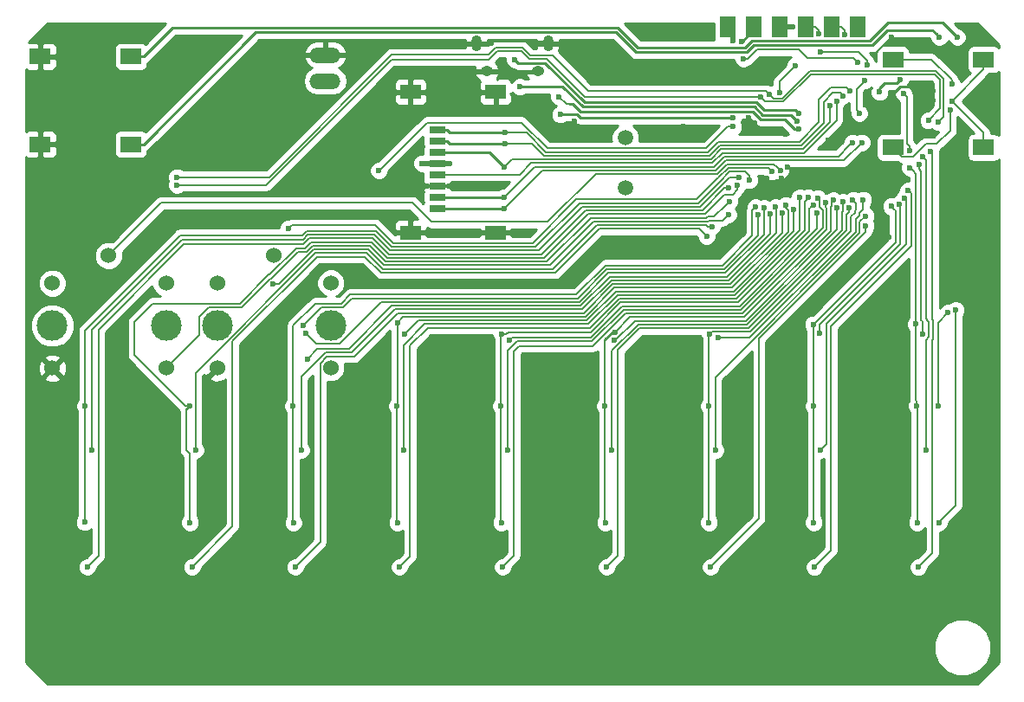
<source format=gbl>
G04 #@! TF.FileFunction,Copper,L2,Bot,Signal*
%FSLAX46Y46*%
G04 Gerber Fmt 4.6, Leading zero omitted, Abs format (unit mm)*
G04 Created by KiCad (PCBNEW 4.0.5-e0-6337~52~ubuntu16.10.1) date Sun Jan 15 19:46:15 2017*
%MOMM*%
%LPD*%
G01*
G04 APERTURE LIST*
%ADD10C,0.100000*%
%ADD11O,3.014980X1.506220*%
%ADD12O,1.250000X0.950000*%
%ADD13O,1.000000X1.550000*%
%ADD14R,1.524000X2.000000*%
%ADD15C,1.501140*%
%ADD16R,2.000000X1.500000*%
%ADD17C,1.524000*%
%ADD18C,3.000000*%
%ADD19R,2.000000X1.450000*%
%ADD20R,1.500000X0.800000*%
%ADD21C,0.600000*%
%ADD22C,0.160000*%
%ADD23C,0.250000*%
%ADD24C,0.500000*%
%ADD25C,0.200000*%
%ADD26C,0.254000*%
G04 APERTURE END LIST*
D10*
D11*
X110000000Y-85090000D03*
X110000000Y-82550000D03*
D12*
X130770900Y-84112540D03*
X125770900Y-84112540D03*
D13*
X131770900Y-81412540D03*
X124770900Y-81412540D03*
D14*
X149364700Y-79819500D03*
X151904700Y-79819500D03*
X154444700Y-79819500D03*
X156984700Y-79819500D03*
X159524700Y-79819500D03*
X162064700Y-79819500D03*
D15*
X139319000Y-90650060D03*
X139319000Y-95531940D03*
D16*
X174345600Y-83000000D03*
X165495600Y-83000000D03*
X174345600Y-91600000D03*
X165495600Y-91600000D03*
X82143600Y-91287600D03*
X90993600Y-91287600D03*
X82143600Y-82687600D03*
X90993600Y-82687600D03*
D17*
X88824600Y-102166800D03*
X94424600Y-113166800D03*
X83324600Y-113166800D03*
X94424600Y-104866800D03*
X83324600Y-104866800D03*
D18*
X83324600Y-109016800D03*
X94424600Y-109016800D03*
D17*
X104950000Y-102150000D03*
X110550000Y-113150000D03*
X99450000Y-113150000D03*
X110550000Y-104850000D03*
X99450000Y-104850000D03*
D18*
X99450000Y-109000000D03*
X110550000Y-109000000D03*
D19*
X118338600Y-99923600D03*
X118338600Y-86173600D03*
X126638600Y-99923600D03*
X126638600Y-86173600D03*
D20*
X120938600Y-97543600D03*
X120938600Y-96443600D03*
X120938600Y-95343600D03*
X120938600Y-94243600D03*
X120938600Y-93143600D03*
X120938600Y-92043600D03*
X120938600Y-90943600D03*
X120938600Y-89843600D03*
D21*
X144297400Y-84099400D03*
X144932400Y-84099400D03*
X144272000Y-83464400D03*
X144932400Y-83464400D03*
X151444286Y-94809746D03*
X86487000Y-128244600D03*
X86512398Y-116865400D03*
X150266398Y-95326200D03*
X96774000Y-128270000D03*
X96723200Y-116865400D03*
X152033041Y-97410406D03*
X106883204Y-128295400D03*
X106857800Y-116865400D03*
X154966950Y-97253224D03*
X117043202Y-128270000D03*
X117030500Y-108712000D03*
X116992400Y-116865400D03*
X157712888Y-97219474D03*
X127203200Y-128269998D03*
X127177800Y-116890800D03*
X127270012Y-109829598D03*
X168046400Y-93294200D03*
X168360047Y-109830664D03*
X158346156Y-82219522D03*
X162966511Y-83506690D03*
X158178500Y-80492600D03*
X162723012Y-85054631D03*
X162204400Y-88239600D03*
X168402000Y-92506796D03*
X168681400Y-121183400D03*
X158419800Y-121183400D03*
X166623348Y-96521539D03*
X167944800Y-132638800D03*
X169167062Y-91995738D03*
X157784800Y-132638800D03*
X166935694Y-95785021D03*
X148117390Y-121208800D03*
X162813157Y-98298442D03*
X137982790Y-121183400D03*
X160587074Y-96908075D03*
X162814000Y-99237800D03*
X147650200Y-132613400D03*
X137490200Y-132613400D03*
X161219414Y-97463389D03*
X158127612Y-96535352D03*
X127822790Y-121183400D03*
X95504000Y-94488000D03*
X153388771Y-86380011D03*
X169914594Y-89128600D03*
X149441078Y-95566815D03*
X86741000Y-132613400D03*
X156337000Y-96469202D03*
X117637390Y-121183400D03*
X95504000Y-95250000D03*
X152509444Y-86620022D03*
X168935400Y-88949422D03*
X158872900Y-96999686D03*
X127330200Y-132613400D03*
X153986500Y-97421145D03*
X107670600Y-121183400D03*
X157231719Y-96491594D03*
X117246400Y-132613400D03*
X154633075Y-97980235D03*
X107061000Y-132613400D03*
X147767496Y-99308747D03*
X97342790Y-121183400D03*
X147269200Y-100279200D03*
X96970600Y-132620000D03*
X150448714Y-94541728D03*
X87208190Y-121183400D03*
X155041600Y-90297000D03*
X159131000Y-90855800D03*
X159816800Y-90855800D03*
X159816800Y-91516200D03*
X159131000Y-91516200D03*
X147015200Y-84785200D03*
X149326600Y-84785200D03*
X153898598Y-83108800D03*
X154711400Y-83108800D03*
X140589000Y-80187800D03*
X175285400Y-94030800D03*
X175285400Y-95631000D03*
X144983200Y-89560400D03*
X148158200Y-83820000D03*
X134340600Y-89052400D03*
X155168600Y-93494620D03*
X154584400Y-94640400D03*
X153111200Y-94640400D03*
X151917400Y-89230200D03*
X150985136Y-96799400D03*
X152069800Y-96139000D03*
X150622000Y-98983800D03*
X146329400Y-102158800D03*
X151371298Y-88709500D03*
X138342000Y-84230590D03*
X143000000Y-85284690D03*
X137502000Y-84230590D03*
X138342000Y-85284688D03*
X137501186Y-85284688D03*
X154432000Y-89916000D03*
X169164000Y-90170000D03*
X170434000Y-92964000D03*
X170434000Y-92964000D03*
X170434000Y-92202000D03*
X94996000Y-92202000D03*
X155702000Y-79832200D03*
X175412400Y-85572600D03*
X174193200Y-81330800D03*
X162756282Y-87419202D03*
X165099445Y-100354232D03*
X126212600Y-81407000D03*
X130327400Y-81432400D03*
X166293800Y-104368600D03*
X154940000Y-96012000D03*
X165354000Y-80772000D03*
X119634000Y-84074000D03*
X118872000Y-84074000D03*
X167815779Y-89161371D03*
X168447500Y-86949500D03*
X169372500Y-86949500D03*
X169372500Y-86024500D03*
X168447500Y-86024500D03*
X155792855Y-97685428D03*
X117779802Y-109829600D03*
X158072898Y-98000482D03*
X127965200Y-110464600D03*
X159991161Y-97494167D03*
X138205340Y-110444413D03*
X148361400Y-110209594D03*
X162562618Y-96702684D03*
X158318200Y-109753400D03*
X166081772Y-97110364D03*
X149809200Y-88697832D03*
X132969000Y-88366600D03*
X156286200Y-89809535D03*
X132842000Y-86614000D03*
X149860000Y-81178400D03*
X166165333Y-84986721D03*
X164182085Y-86179348D03*
X119481600Y-93141800D03*
X122148600Y-93192600D03*
X150852170Y-82903823D03*
X150723600Y-81203800D03*
X162033741Y-83297400D03*
X129028113Y-85660790D03*
X156099305Y-89031660D03*
X156261063Y-88248172D03*
X128495568Y-82991177D03*
X159637273Y-96763565D03*
X137363200Y-128270000D03*
X137312400Y-116865400D03*
X138301388Y-109650188D03*
X161558472Y-96738780D03*
X147497800Y-128270000D03*
X147472400Y-116865400D03*
X147590012Y-109849583D03*
X157734000Y-116865400D03*
X165301348Y-97335002D03*
X157734000Y-128270000D03*
X157683200Y-108889800D03*
X167144105Y-93584990D03*
X167718087Y-108866180D03*
X167843200Y-128270000D03*
X167817800Y-116839998D03*
X166513033Y-86309570D03*
X167081200Y-91871800D03*
X149485130Y-96891179D03*
X171616684Y-107496172D03*
X169951400Y-128270000D03*
X169926000Y-116840002D03*
X170865800Y-107772200D03*
X161517768Y-91108972D03*
X127508000Y-96443600D03*
X162409906Y-91100733D03*
X127508000Y-97543600D03*
X161263612Y-86026724D03*
X127558800Y-90123000D03*
X160609185Y-86533644D03*
X127533400Y-91223000D03*
X159961477Y-87031870D03*
X159317021Y-87528400D03*
X127508000Y-93472000D03*
X170002200Y-80797400D03*
X171754800Y-80797400D03*
X171267998Y-87045800D03*
X171227998Y-85415481D03*
X171069000Y-87909400D03*
X115239806Y-93853000D03*
X149860000Y-89560400D03*
X154450900Y-93848069D03*
X104903497Y-104968112D03*
X149377400Y-98170994D03*
X152313052Y-98196187D03*
X107829978Y-108991400D03*
X153658233Y-93956227D03*
X106426000Y-99491800D03*
X153473063Y-98108965D03*
X108229400Y-112268000D03*
X152854807Y-97508104D03*
X108072869Y-109753648D03*
X154377342Y-86211699D03*
X160769300Y-80519491D03*
X155929017Y-83560194D03*
D22*
X86512398Y-109471180D02*
X95820601Y-100162977D01*
X95820601Y-100162977D02*
X107753500Y-100162977D01*
X151444286Y-94385482D02*
X151444286Y-94809746D01*
X151020530Y-93961726D02*
X151444286Y-94385482D01*
X116486842Y-101315123D02*
X130561477Y-101315123D01*
X148573860Y-94920725D02*
X149532860Y-93961726D01*
X130561477Y-101315123D02*
X134854074Y-97022526D01*
X86512398Y-116865400D02*
X86512398Y-109471180D01*
X114937448Y-99765730D02*
X116486842Y-101315123D01*
X148572730Y-94920726D02*
X148573860Y-94920725D01*
X134854074Y-97022526D02*
X146470931Y-97022525D01*
X108150750Y-99765729D02*
X114937448Y-99765730D01*
X107753500Y-100162977D02*
X108150750Y-99765729D01*
X149532860Y-93961726D02*
X151020530Y-93961726D01*
X146470931Y-97022525D02*
X148572730Y-94920726D01*
D23*
X86487000Y-116890798D02*
X86512398Y-116865400D01*
D22*
X86487000Y-128244600D02*
X86487000Y-116890798D01*
X150266398Y-95750464D02*
X150266398Y-95326200D01*
X107175715Y-101429960D02*
X108013912Y-101429960D01*
X149825868Y-96190994D02*
X150266398Y-95750464D01*
X149008578Y-96190994D02*
X149825868Y-96190994D01*
X101644087Y-106859988D02*
X104475975Y-104028100D01*
X147097013Y-98102559D02*
X149008578Y-96190994D01*
X135683271Y-98102559D02*
X147097013Y-98102559D01*
X116039482Y-102395156D02*
X131390674Y-102395156D01*
X131390674Y-102395156D02*
X135683271Y-98102559D01*
X93139612Y-106859988D02*
X101644087Y-106859988D01*
X108598113Y-100845759D02*
X114490084Y-100845760D01*
X108013912Y-101429960D02*
X108598113Y-100845759D01*
X104577575Y-104028100D02*
X107175715Y-101429960D01*
X91338400Y-108661200D02*
X93139612Y-106859988D01*
X104475975Y-104028100D02*
X104577575Y-104028100D01*
X114490084Y-100845760D02*
X116039482Y-102395156D01*
X96774000Y-128270000D02*
X96774000Y-121539612D01*
X96774000Y-121539612D02*
X96423201Y-121188813D01*
X96423201Y-121188813D02*
X96423201Y-117165399D01*
X91338400Y-111904864D02*
X91338400Y-108661200D01*
X96723200Y-116865400D02*
X96298936Y-116865400D01*
X96298936Y-116865400D02*
X91338400Y-111904864D01*
D23*
X96423201Y-117165399D02*
X96723200Y-116865400D01*
D22*
X134518400Y-105994200D02*
X137363200Y-103149400D01*
X151733042Y-100234958D02*
X151733042Y-97710405D01*
X148818600Y-103149400D02*
X151733042Y-100234958D01*
X112448018Y-105994200D02*
X134518400Y-105994200D01*
X137363200Y-103149400D02*
X148818600Y-103149400D01*
X151733042Y-97710405D02*
X152033041Y-97410406D01*
X106857800Y-116865400D02*
X106857800Y-109016800D01*
X111584418Y-106857800D02*
X112448018Y-105994200D01*
X109016800Y-106857800D02*
X111584418Y-106857800D01*
X106857800Y-109016800D02*
X109016800Y-106857800D01*
D23*
X106857800Y-128269996D02*
X106883204Y-128295400D01*
D22*
X106857800Y-116865400D02*
X106857800Y-128269996D01*
D23*
X106870500Y-116852700D02*
X106857800Y-116865400D01*
D22*
X149740360Y-105309460D02*
X155213077Y-99836743D01*
X138257931Y-105309461D02*
X149740360Y-105309460D01*
X155213077Y-99836743D02*
X155213077Y-97701833D01*
X155213077Y-97701833D02*
X154966950Y-97455706D01*
X154966950Y-97455706D02*
X154966950Y-97253224D01*
D23*
X116992400Y-128219198D02*
X117043202Y-128270000D01*
D22*
X116992400Y-116865400D02*
X116992400Y-128219198D01*
X135413128Y-108154264D02*
X138257931Y-105309461D01*
X117588236Y-108154264D02*
X135413128Y-108154264D01*
X117030500Y-108712000D02*
X117588236Y-108154264D01*
D23*
X117030500Y-116827300D02*
X116992400Y-116865400D01*
D22*
X117030500Y-108712000D02*
X117030500Y-116827300D01*
X150336847Y-106749501D02*
X157318633Y-99767715D01*
X157318633Y-97613729D02*
X157412889Y-97519473D01*
X157412889Y-97519473D02*
X157712888Y-97219474D01*
X157318633Y-99767715D02*
X157318633Y-97613729D01*
X135954522Y-109649398D02*
X138854418Y-106749502D01*
X138854418Y-106749502D02*
X150336847Y-106749501D01*
D23*
X127177800Y-128244598D02*
X127203200Y-128269998D01*
D22*
X127177800Y-116890800D02*
X127177800Y-128244598D01*
X127270012Y-109829598D02*
X127694276Y-109829598D01*
X127694276Y-109829598D02*
X127874476Y-109649398D01*
X127874476Y-109649398D02*
X135954522Y-109649398D01*
X127177800Y-116890800D02*
X127177800Y-109921810D01*
D23*
X127177800Y-109921810D02*
X127270012Y-109829598D01*
D22*
X168343093Y-108566177D02*
X168343093Y-109389446D01*
X168360047Y-109406400D02*
X168360047Y-109830664D01*
X168231389Y-108454473D02*
X168343093Y-108566177D01*
X168343093Y-109389446D02*
X168360047Y-109406400D01*
X168046400Y-93294200D02*
X168046400Y-93718464D01*
X168231389Y-93903453D02*
X168231389Y-108454473D01*
X168046400Y-93718464D02*
X168231389Y-93903453D01*
X162966511Y-83506690D02*
X162966511Y-83082426D01*
X162103607Y-82219522D02*
X158770420Y-82219522D01*
X158770420Y-82219522D02*
X158346156Y-82219522D01*
X162966511Y-83082426D02*
X162103607Y-82219522D01*
X162935827Y-83537374D02*
X162966511Y-83506690D01*
X162935827Y-83571173D02*
X162935827Y-83537374D01*
X158178500Y-80091300D02*
X158178500Y-80492600D01*
X157906700Y-79819500D02*
X158178500Y-80091300D01*
X156984700Y-79819500D02*
X157906700Y-79819500D01*
X161904401Y-85873242D02*
X162423013Y-85354630D01*
X162204400Y-88239600D02*
X161904401Y-87939601D01*
X162423013Y-85354630D02*
X162723012Y-85054631D01*
X161904401Y-87939601D02*
X161904401Y-85873242D01*
X168985049Y-108695344D02*
X168793101Y-108503396D01*
X168681400Y-121183400D02*
X168681400Y-110434315D01*
X168793101Y-108379778D02*
X168715013Y-108301690D01*
X168793101Y-108503396D02*
X168793101Y-108379778D01*
X168985049Y-110130666D02*
X168985049Y-108695344D01*
X168715013Y-108301690D02*
X168715013Y-92819809D01*
X168681400Y-110434315D02*
X168985049Y-110130666D01*
X168715013Y-92819809D02*
X168701999Y-92806795D01*
X168701999Y-92806795D02*
X168402000Y-92506796D01*
X166779005Y-96677196D02*
X166623348Y-96521539D01*
X158419800Y-121183400D02*
X158978600Y-120624600D01*
X158978600Y-120624600D02*
X158978600Y-108867220D01*
X158978600Y-108867220D02*
X166779005Y-101066815D01*
X166779005Y-101066815D02*
X166779005Y-96677196D01*
X169167062Y-91995738D02*
X169316400Y-92145076D01*
X169300998Y-117063802D02*
X169324612Y-117087416D01*
X169316400Y-110435726D02*
X169316400Y-116092796D01*
X169324612Y-131258988D02*
X167944800Y-132638800D01*
X169300998Y-116108198D02*
X169300998Y-117063802D01*
X169435060Y-110317066D02*
X169316400Y-110435726D01*
X169316400Y-116092796D02*
X169300998Y-116108198D01*
X169435060Y-108508944D02*
X169435060Y-110317066D01*
X169316400Y-108390284D02*
X169435060Y-108508944D01*
X169316400Y-92145076D02*
X169316400Y-108390284D01*
X169324612Y-117087416D02*
X169324612Y-131258988D01*
X159435800Y-109046430D02*
X167249002Y-101233228D01*
X167249002Y-96098329D02*
X167235693Y-96085020D01*
X167249002Y-101233228D02*
X167249002Y-96098329D01*
X157784800Y-132638800D02*
X159435800Y-130987800D01*
X167235693Y-96085020D02*
X166935694Y-95785021D01*
X159435800Y-130987800D02*
X159435800Y-109046430D01*
X148117390Y-114060278D02*
X148117390Y-120784536D01*
X148117390Y-120784536D02*
X148117390Y-121208800D01*
X162813157Y-98298442D02*
X162233998Y-98877601D01*
X162233998Y-98877601D02*
X162233998Y-99943670D01*
X162233998Y-99943670D02*
X148117390Y-114060278D01*
X137982790Y-120759136D02*
X137982790Y-121183400D01*
X140568157Y-108909562D02*
X137982790Y-111494929D01*
X151231578Y-108909562D02*
X140568157Y-108909562D01*
X160493434Y-99647706D02*
X151231578Y-108909562D01*
X160587074Y-97792867D02*
X160493434Y-97886507D01*
X160587074Y-96908075D02*
X160587074Y-97792867D01*
X160493434Y-97886507D02*
X160493434Y-99647706D01*
X137982790Y-111494929D02*
X137982790Y-120759136D01*
X162814000Y-99872800D02*
X162814000Y-99662064D01*
X152374600Y-110312200D02*
X162814000Y-99872800D01*
X147650200Y-132613400D02*
X152374600Y-127889000D01*
X152374600Y-127889000D02*
X152374600Y-110312200D01*
X162814000Y-99662064D02*
X162814000Y-99237800D01*
X161219414Y-97887653D02*
X161219414Y-97463389D01*
X161219414Y-97910094D02*
X161219414Y-97887653D01*
X160943447Y-99706825D02*
X160943447Y-98186061D01*
X140717278Y-109269573D02*
X151380699Y-109269573D01*
X138607800Y-131495800D02*
X138607800Y-111379051D01*
X138607800Y-111379051D02*
X140717278Y-109269573D01*
X160943447Y-98186061D02*
X161219414Y-97910094D01*
X151380699Y-109269573D02*
X160943447Y-99706825D01*
X137490200Y-132613400D02*
X138607800Y-131495800D01*
X158292890Y-97363467D02*
X158292890Y-96700630D01*
X158652900Y-99451712D02*
X158652900Y-97723477D01*
X128767969Y-110549420D02*
X136072764Y-110549420D01*
X150635091Y-107469521D02*
X158652900Y-99451712D01*
X158292890Y-96700630D02*
X158127612Y-96535352D01*
X136072764Y-110549420D02*
X139152662Y-107469522D01*
X127822790Y-111494599D02*
X128767969Y-110549420D01*
X139152662Y-107469522D02*
X150635091Y-107469521D01*
X127822790Y-121183400D02*
X127822790Y-111494599D01*
X158652900Y-97723477D02*
X158292890Y-97363467D01*
X95504000Y-94488000D02*
X104512000Y-94488000D01*
X116500000Y-82500000D02*
X125978002Y-82500000D01*
X129287163Y-81834601D02*
X130038151Y-82585589D01*
X126643401Y-81834601D02*
X129287163Y-81834601D01*
X130038151Y-82585589D02*
X132191789Y-82585589D01*
X125978002Y-82500000D02*
X126643401Y-81834601D01*
X132191789Y-82585589D02*
X135686212Y-86080012D01*
X135686212Y-86080012D02*
X153088772Y-86080012D01*
X153088772Y-86080012D02*
X153388771Y-86380011D01*
X104512000Y-94488000D02*
X116500000Y-82500000D01*
X153800460Y-86791700D02*
X153688770Y-86680010D01*
X169663938Y-84086700D02*
X157360743Y-84086700D01*
X153688770Y-86680010D02*
X153388771Y-86380011D01*
X154655743Y-86791700D02*
X153800460Y-86791700D01*
X170434000Y-88609194D02*
X170434000Y-84856762D01*
X170434000Y-84856762D02*
X169663938Y-84086700D01*
X169914594Y-89128600D02*
X170434000Y-88609194D01*
X157360743Y-84086700D02*
X154655743Y-86791700D01*
X87833200Y-109423200D02*
X96178778Y-101077622D01*
X104413616Y-101077622D02*
X104428239Y-101062999D01*
X116188602Y-102035145D02*
X131114275Y-102035145D01*
X135406872Y-97742548D02*
X146841081Y-97742548D01*
X149016814Y-95566815D02*
X149441078Y-95566815D01*
X108448991Y-100485749D02*
X114639206Y-100485750D01*
X131114275Y-102035145D02*
X135406872Y-97742548D01*
X107871741Y-101062999D02*
X108448991Y-100485749D01*
X86741000Y-132613400D02*
X87833200Y-131521200D01*
X96178778Y-101077622D02*
X104413616Y-101077622D01*
X104428239Y-101062999D02*
X107871741Y-101062999D01*
X114639206Y-100485750D02*
X116188602Y-102035145D01*
X87833200Y-131521200D02*
X87833200Y-109423200D01*
X146841081Y-97742548D02*
X149016814Y-95566815D01*
X117637390Y-121183400D02*
X117637390Y-110961199D01*
X150038600Y-106029484D02*
X156372857Y-99695227D01*
X119724305Y-108874284D02*
X135711372Y-108874284D01*
X156337000Y-96893466D02*
X156337000Y-96469202D01*
X117637390Y-110961199D02*
X119724305Y-108874284D01*
X156372857Y-99695227D02*
X156372857Y-96929323D01*
X156372857Y-96929323D02*
X156337000Y-96893466D01*
X135711372Y-108874284D02*
X138556172Y-106029484D01*
X138556172Y-106029484D02*
X150038600Y-106029484D01*
X95504000Y-95250000D02*
X104202562Y-95250000D01*
X104202562Y-95250000D02*
X116452562Y-83000000D01*
X126775953Y-82154612D02*
X129154611Y-82154612D01*
X131640137Y-82905600D02*
X135354559Y-86620022D01*
X135354559Y-86620022D02*
X152085180Y-86620022D01*
X129154611Y-82154612D02*
X129905599Y-82905600D01*
X152085180Y-86620022D02*
X152509444Y-86620022D01*
X116452562Y-83000000D02*
X125930565Y-83000000D01*
X129905599Y-82905600D02*
X131640137Y-82905600D01*
X125930565Y-83000000D02*
X126775953Y-82154612D01*
X153001133Y-87111711D02*
X152809443Y-86920021D01*
X154788295Y-87111711D02*
X153001133Y-87111711D01*
X152809443Y-86920021D02*
X152509444Y-86620022D01*
X170113989Y-84989314D02*
X169531386Y-84406711D01*
X168935400Y-88949422D02*
X170113989Y-87770833D01*
X169531386Y-84406711D02*
X157493295Y-84406711D01*
X157493295Y-84406711D02*
X154788295Y-87111711D01*
X170113989Y-87770833D02*
X170113989Y-84989314D01*
X127330200Y-132613400D02*
X128447800Y-131495800D01*
X159012911Y-97563961D02*
X158872900Y-97423950D01*
X139301785Y-107829531D02*
X150784213Y-107829531D01*
X128954369Y-110999431D02*
X136131885Y-110999431D01*
X128447800Y-111506000D02*
X128954369Y-110999431D01*
X128447800Y-131495800D02*
X128447800Y-111506000D01*
X158872900Y-97423950D02*
X158872900Y-96999686D01*
X150784213Y-107829531D02*
X159012911Y-99600833D01*
X136131885Y-110999431D02*
X139301785Y-107829531D01*
X159012911Y-99600833D02*
X159012911Y-97563961D01*
X149415088Y-104589440D02*
X154053064Y-99951464D01*
X110048591Y-111637411D02*
X112576853Y-111637411D01*
X107670600Y-114015402D02*
X110048591Y-111637411D01*
X107670600Y-121183400D02*
X107670600Y-114015402D01*
X135114885Y-107434243D02*
X137959688Y-104589440D01*
X116780020Y-107434244D02*
X135114885Y-107434243D01*
X137959688Y-104589440D02*
X149415088Y-104589440D01*
X112576853Y-111637411D02*
X116780020Y-107434244D01*
X154053064Y-99951464D02*
X154053064Y-97487709D01*
X154053064Y-97487709D02*
X153986500Y-97421145D01*
X156931720Y-96791593D02*
X157231719Y-96491594D01*
X138705293Y-106389495D02*
X150187722Y-106389494D01*
X156866202Y-99711014D02*
X156866202Y-96857111D01*
X156866202Y-96857111D02*
X156931720Y-96791593D01*
X135860494Y-109234294D02*
X138705293Y-106389495D01*
X120000705Y-109234295D02*
X135860494Y-109234294D01*
X118262400Y-131597400D02*
X118262400Y-110972600D01*
X150187722Y-106389494D02*
X156866202Y-99711014D01*
X118262400Y-110972600D02*
X120000705Y-109234295D01*
X117246400Y-132613400D02*
X118262400Y-131597400D01*
X154633075Y-98404499D02*
X154633075Y-97980235D01*
X107061000Y-132613400D02*
X109499612Y-130174788D01*
X149591238Y-104949450D02*
X154633075Y-99907613D01*
X109499612Y-112695522D02*
X110144712Y-112050422D01*
X135264006Y-107794254D02*
X138108810Y-104949450D01*
X112800253Y-112050422D02*
X117056420Y-107794255D01*
X154633075Y-99907613D02*
X154633075Y-98404499D01*
X109499612Y-130174788D02*
X109499612Y-112695522D01*
X138108810Y-104949450D02*
X149591238Y-104949450D01*
X117056420Y-107794255D02*
X135264006Y-107794254D01*
X110144712Y-112050422D02*
X112800253Y-112050422D01*
X114042722Y-101925790D02*
X115592121Y-103475189D01*
X97342790Y-113628478D02*
X109045479Y-101925789D01*
X147343232Y-99308747D02*
X147767496Y-99308747D01*
X132219875Y-103475189D02*
X136512475Y-99182589D01*
X115592121Y-103475189D02*
X132219875Y-103475189D01*
X109045479Y-101925789D02*
X114042722Y-101925790D01*
X97342790Y-121183400D02*
X97342790Y-113628478D01*
X147217074Y-99182589D02*
X147343232Y-99308747D01*
X136512475Y-99182589D02*
X147217074Y-99182589D01*
X96970600Y-132620000D02*
X100941401Y-128649199D01*
X100941401Y-128649199D02*
X100941401Y-110538999D01*
X132496276Y-103835200D02*
X136788876Y-99542600D01*
X146532600Y-99542600D02*
X147269200Y-100279200D01*
X115443000Y-103835200D02*
X132496276Y-103835200D01*
X109194600Y-102285800D02*
X113893600Y-102285800D01*
X113893600Y-102285800D02*
X115443000Y-103835200D01*
X100941401Y-110538999D02*
X109194600Y-102285800D01*
X136788876Y-99542600D02*
X146532600Y-99542600D01*
X150024450Y-94541728D02*
X150448714Y-94541728D01*
X96007001Y-100612988D02*
X107812620Y-100612988D01*
X148722982Y-95280735D02*
X149461990Y-94541728D01*
X116337721Y-101675134D02*
X130837876Y-101675134D01*
X87208190Y-109411799D02*
X96007001Y-100612988D01*
X148721853Y-95280735D02*
X148722982Y-95280735D01*
X146620051Y-97382537D02*
X148721853Y-95280735D01*
X108299871Y-100125740D02*
X114788327Y-100125740D01*
X87208190Y-121183400D02*
X87208190Y-109411799D01*
X114788327Y-100125740D02*
X116337721Y-101675134D01*
X107812620Y-100612988D02*
X108299871Y-100125740D01*
X130837876Y-101675134D02*
X135130473Y-97382537D01*
X149461990Y-94541728D02*
X150024450Y-94541728D01*
X135130473Y-97382537D02*
X146620051Y-97382537D01*
D24*
X159766000Y-90855800D02*
X159131000Y-90855800D01*
X159131000Y-91516200D02*
X159740600Y-91516200D01*
X159740600Y-91516200D02*
X159766000Y-91490800D01*
X154711400Y-83108800D02*
X153898598Y-83108800D01*
D23*
X152577798Y-89916000D02*
X151671297Y-89009499D01*
X151671297Y-89009499D02*
X151371298Y-88709500D01*
X154432000Y-89916000D02*
X152577798Y-89916000D01*
D24*
X170434000Y-92964000D02*
X172618400Y-92964000D01*
X172618400Y-92964000D02*
X175285400Y-95631000D01*
D25*
X163749618Y-82376382D02*
X163428146Y-82376382D01*
X165354000Y-80772000D02*
X163749618Y-82376382D01*
D23*
X167322222Y-85611722D02*
X166216578Y-85611722D01*
X163180546Y-87419202D02*
X162756282Y-87419202D01*
X166216578Y-85611722D02*
X164409098Y-87419202D01*
X168447500Y-86024500D02*
X167735000Y-86024500D01*
X167735000Y-86024500D02*
X167322222Y-85611722D01*
X164409098Y-87419202D02*
X163180546Y-87419202D01*
D24*
X170434000Y-92964000D02*
X171196000Y-92964000D01*
X170434000Y-92202000D02*
X171196000Y-92202000D01*
X155277736Y-79832200D02*
X155702000Y-79832200D01*
X154457400Y-79832200D02*
X155277736Y-79832200D01*
X154444700Y-79819500D02*
X154457400Y-79832200D01*
X131770900Y-81412540D02*
X130347260Y-81412540D01*
X130347260Y-81412540D02*
X130327400Y-81432400D01*
D23*
X138454500Y-84353500D02*
X138454500Y-84352500D01*
X138454500Y-84352500D02*
X138430000Y-84328000D01*
X138454500Y-85318500D02*
X138454500Y-85319500D01*
X138454500Y-85319500D02*
X138430000Y-85344000D01*
X137643500Y-84353500D02*
X137643500Y-84352500D01*
X137643500Y-84352500D02*
X137668000Y-84328000D01*
D22*
X117779802Y-109829600D02*
X119095127Y-108514275D01*
X149889482Y-105669470D02*
X155792855Y-99766097D01*
X155792855Y-98109692D02*
X155792855Y-97685428D01*
X135562250Y-108514274D02*
X138407054Y-105669470D01*
X138407054Y-105669470D02*
X149889482Y-105669470D01*
X155792855Y-99766097D02*
X155792855Y-98109692D01*
X119095127Y-108514275D02*
X135562250Y-108514274D01*
X158072898Y-99522582D02*
X158072898Y-98424746D01*
X127965200Y-110464600D02*
X128265199Y-110164601D01*
X135948451Y-110164601D02*
X139003541Y-107109511D01*
X150485969Y-107109511D02*
X158072898Y-99522582D01*
X158072898Y-98424746D02*
X158072898Y-98000482D01*
X128265199Y-110164601D02*
X135948451Y-110164601D01*
X139003541Y-107109511D02*
X150485969Y-107109511D01*
X159991161Y-97918431D02*
X159991161Y-97494167D01*
X151082455Y-108549553D02*
X159991161Y-99640847D01*
X138340167Y-110444413D02*
X140235027Y-108549553D01*
X138205340Y-110444413D02*
X138340167Y-110444413D01*
X159991161Y-99640847D02*
X159991161Y-97918431D01*
X140235027Y-108549553D02*
X151082455Y-108549553D01*
X148785664Y-110209594D02*
X148361400Y-110209594D01*
X161843469Y-99825067D02*
X151458942Y-110209594D01*
X151458942Y-110209594D02*
X148785664Y-110209594D01*
X162188155Y-97998440D02*
X162188155Y-98214175D01*
X162562618Y-97623977D02*
X162188155Y-97998440D01*
X162562618Y-96702684D02*
X162562618Y-97623977D01*
X162188155Y-98214175D02*
X161843469Y-98558861D01*
X161843469Y-98558861D02*
X161843469Y-99825067D01*
X158318200Y-109753400D02*
X158318200Y-108891210D01*
X166174457Y-97203049D02*
X166081772Y-97110364D01*
X158318200Y-108891210D02*
X166174457Y-101034953D01*
X166174457Y-101034953D02*
X166174457Y-97203049D01*
D23*
X132969000Y-88366600D02*
X134619132Y-88366600D01*
X149384936Y-88697832D02*
X149809200Y-88697832D01*
X134950364Y-88697832D02*
X149384936Y-88697832D01*
X134619132Y-88366600D02*
X134950364Y-88697832D01*
X155861936Y-89809535D02*
X156286200Y-89809535D01*
X151764418Y-88072822D02*
X152541820Y-88850224D01*
X134961765Y-88072822D02*
X151764418Y-88072822D01*
X134212932Y-87323989D02*
X134961765Y-88072822D01*
X152541820Y-88850224D02*
X154902625Y-88850224D01*
X154902625Y-88850224D02*
X155861936Y-89809535D01*
X133864084Y-87323989D02*
X134212932Y-87323989D01*
D25*
X133864084Y-87323989D02*
X133551989Y-87323989D01*
X133551989Y-87323989D02*
X132842000Y-86614000D01*
D24*
X149860000Y-81178400D02*
X149860000Y-80314800D01*
X149860000Y-80314800D02*
X149364700Y-79819500D01*
D23*
X164182085Y-86179348D02*
X164182085Y-85779315D01*
X164182085Y-85779315D02*
X164674680Y-85286720D01*
X164674680Y-85286720D02*
X165865334Y-85286720D01*
X165865334Y-85286720D02*
X166165333Y-84986721D01*
D24*
X149364700Y-79819500D02*
X149364700Y-80544411D01*
X120913200Y-93169000D02*
X122125000Y-93169000D01*
X122125000Y-93169000D02*
X122148600Y-93192600D01*
X119481600Y-93141800D02*
X120886000Y-93141800D01*
X120886000Y-93141800D02*
X120913200Y-93169000D01*
D23*
X119508800Y-93169000D02*
X119481600Y-93141800D01*
D22*
X162033741Y-83297400D02*
X161565741Y-82829400D01*
X161565741Y-82829400D02*
X157137100Y-82829400D01*
X157137100Y-82829400D02*
X156307223Y-81999523D01*
X156307223Y-81999523D02*
X152180734Y-81999523D01*
X152180734Y-81999523D02*
X151276434Y-82903823D01*
X151276434Y-82903823D02*
X150852170Y-82903823D01*
D23*
X151904700Y-80057500D02*
X150758400Y-81203800D01*
X151904700Y-79819500D02*
X151904700Y-80057500D01*
X150758400Y-81203800D02*
X150723600Y-81203800D01*
X135148165Y-87622811D02*
X133186144Y-85660790D01*
X133186144Y-85660790D02*
X129452377Y-85660790D01*
X151950818Y-87622811D02*
X135148165Y-87622811D01*
X152728220Y-88400213D02*
X151950818Y-87622811D01*
X156099305Y-89031660D02*
X155467858Y-88400213D01*
X129452377Y-85660790D02*
X129028113Y-85660790D01*
X155467858Y-88400213D02*
X152728220Y-88400213D01*
X152137218Y-87172800D02*
X152912591Y-87948173D01*
X155961064Y-87948173D02*
X156261063Y-88248172D01*
X131472376Y-83310611D02*
X135334565Y-87172800D01*
X135334565Y-87172800D02*
X152137218Y-87172800D01*
X128815002Y-83310611D02*
X131472376Y-83310611D01*
X128495568Y-82991177D02*
X128815002Y-83310611D01*
X152912591Y-87948173D02*
X155961064Y-87948173D01*
D22*
X159452902Y-97278088D02*
X159452902Y-96947936D01*
X159372920Y-99749956D02*
X159372920Y-97358070D01*
X159372920Y-97358070D02*
X159452902Y-97278088D01*
X159452902Y-96947936D02*
X159637273Y-96763565D01*
X137312400Y-116865400D02*
X137312400Y-128219200D01*
D23*
X137312400Y-128219200D02*
X137363200Y-128270000D01*
D22*
X137312400Y-116865400D02*
X137312400Y-110391688D01*
X139762034Y-108189542D02*
X150933335Y-108189541D01*
X150933335Y-108189541D02*
X159372920Y-99749956D01*
X138301388Y-109650188D02*
X139762034Y-108189542D01*
D23*
X137312400Y-110391688D02*
X138053900Y-109650188D01*
X138053900Y-109650188D02*
X138301388Y-109650188D01*
D22*
X161558472Y-96738780D02*
X161858471Y-97038779D01*
X161858471Y-97691713D02*
X161738144Y-97812040D01*
X161858471Y-97038779D02*
X161858471Y-97691713D01*
X147472400Y-116865400D02*
X147472400Y-128244600D01*
D23*
X147472400Y-128244600D02*
X147497800Y-128270000D01*
D22*
X161393458Y-98372461D02*
X161393458Y-99765946D01*
X161738144Y-97812040D02*
X161738144Y-98027775D01*
D23*
X147472400Y-109967195D02*
X147590012Y-109849583D01*
D22*
X147472400Y-116865400D02*
X147472400Y-109967195D01*
X147810011Y-109629584D02*
X147590012Y-109849583D01*
X161393458Y-99765946D02*
X151529820Y-109629584D01*
X161738144Y-98027775D02*
X161393458Y-98372461D01*
X151529820Y-109629584D02*
X147810011Y-109629584D01*
X165601347Y-97635001D02*
X165301348Y-97335002D01*
X165724446Y-97758100D02*
X165601347Y-97635001D01*
X165724446Y-100848554D02*
X165724446Y-97758100D01*
X157683200Y-108889800D02*
X157683200Y-116814600D01*
X157683200Y-116814600D02*
X157734000Y-116865400D01*
X157683200Y-108889800D02*
X165724446Y-100848554D01*
X157734000Y-116865400D02*
X157734000Y-128270000D01*
X167444104Y-93884989D02*
X167144105Y-93584990D01*
X167718087Y-116316021D02*
X167718087Y-109290444D01*
X167718087Y-94158972D02*
X167444104Y-93884989D01*
X167718087Y-108866180D02*
X167718087Y-94158972D01*
X167718087Y-109290444D02*
X167718087Y-108866180D01*
X167817800Y-116415734D02*
X167718087Y-116316021D01*
X167817800Y-116839998D02*
X167817800Y-116415734D01*
X167843200Y-116865398D02*
X167817800Y-116839998D01*
X167843200Y-128270000D02*
X167843200Y-116865398D01*
X166847799Y-86644336D02*
X166813032Y-86609569D01*
X166847799Y-90982800D02*
X166847799Y-86644336D01*
X166813032Y-86609569D02*
X166513033Y-86309570D01*
X166847799Y-90982800D02*
X166847799Y-91241601D01*
X167081200Y-91871800D02*
X167081200Y-91447536D01*
X167081200Y-91447536D02*
X166847799Y-91214135D01*
X166847799Y-91214135D02*
X166847799Y-90982800D01*
X131667072Y-102755167D02*
X135959669Y-98462570D01*
X97669999Y-109921401D02*
X97669999Y-108145599D01*
X98595599Y-107219999D02*
X101793208Y-107219999D01*
X149185131Y-97191178D02*
X149485130Y-96891179D01*
X148007574Y-98368735D02*
X149185131Y-97191178D01*
X147339974Y-98368735D02*
X148007574Y-98368735D01*
X147246139Y-98462570D02*
X147339974Y-98368735D01*
X135959669Y-98462570D02*
X147246139Y-98462570D01*
X115890362Y-102755167D02*
X131667072Y-102755167D01*
X108163035Y-101789969D02*
X108747235Y-101205769D01*
X108747235Y-101205769D02*
X114340964Y-101205770D01*
X107324837Y-101789970D02*
X108163035Y-101789969D01*
X104625096Y-104388111D02*
X104726696Y-104388111D01*
X101793208Y-107219999D02*
X104625096Y-104388111D01*
X97669999Y-108145599D02*
X98595599Y-107219999D01*
X94424600Y-113166800D02*
X97669999Y-109921401D01*
X104726696Y-104388111D02*
X107324837Y-101789970D01*
X114340964Y-101205770D02*
X115890362Y-102755167D01*
X171616684Y-107496172D02*
X171616684Y-126604716D01*
X171616684Y-126604716D02*
X170251399Y-127970001D01*
X170251399Y-127970001D02*
X169951400Y-128270000D01*
X170865800Y-107772200D02*
X169926000Y-108712000D01*
X169926000Y-116415738D02*
X169926000Y-116840002D01*
X169926000Y-108712000D02*
X169926000Y-116415738D01*
X161217769Y-91408971D02*
X161517768Y-91108972D01*
X147977373Y-93480684D02*
X148984414Y-92473644D01*
X130470916Y-93480684D02*
X147977373Y-93480684D01*
X127508000Y-96443600D02*
X130470916Y-93480684D01*
X148984414Y-92473644D02*
X160153096Y-92473644D01*
X160153096Y-92473644D02*
X161217769Y-91408971D01*
D23*
X127508000Y-96443600D02*
X127000000Y-96443600D01*
X127000000Y-96443600D02*
X120938600Y-96443600D01*
D22*
X148126494Y-93840695D02*
X131210905Y-93840695D01*
X131210905Y-93840695D02*
X127807999Y-97243601D01*
X162409906Y-91100733D02*
X160673944Y-92836695D01*
X149130495Y-92836695D02*
X148126494Y-93840695D01*
X160673944Y-92836695D02*
X149130495Y-92836695D01*
X127807999Y-97243601D02*
X127508000Y-97543600D01*
D23*
X127508000Y-97543600D02*
X120938600Y-97543600D01*
D22*
X127983064Y-90123000D02*
X127558800Y-90123000D01*
X159434075Y-85726725D02*
X158242000Y-86918800D01*
X129644268Y-90123000D02*
X127983064Y-90123000D01*
X131561910Y-92040642D02*
X129644268Y-90123000D01*
X147380890Y-92040642D02*
X131561910Y-92040642D01*
X158242000Y-89146380D02*
X156354780Y-91033600D01*
X158242000Y-86918800D02*
X158242000Y-89146380D01*
X156354780Y-91033600D02*
X148387932Y-91033600D01*
X161263612Y-86026724D02*
X160963613Y-85726725D01*
X148387932Y-91033600D02*
X147380890Y-92040642D01*
X160963613Y-85726725D02*
X159434075Y-85726725D01*
D23*
X127558800Y-90123000D02*
X122167200Y-90123000D01*
X122167200Y-90123000D02*
X121913200Y-89869000D01*
X121913200Y-89869000D02*
X120913200Y-89869000D01*
D22*
X159576953Y-86233645D02*
X158692011Y-87118587D01*
X147530011Y-92400653D02*
X131412788Y-92400652D01*
X148537053Y-91393611D02*
X147530011Y-92400653D01*
X160609185Y-86533644D02*
X160309186Y-86233645D01*
X130235136Y-91223000D02*
X127957664Y-91223000D01*
X158692011Y-87118587D02*
X158692011Y-89205501D01*
X158692011Y-89205501D02*
X156503901Y-91393611D01*
X156503901Y-91393611D02*
X148537053Y-91393611D01*
X160309186Y-86233645D02*
X159576953Y-86233645D01*
X131412788Y-92400652D02*
X130235136Y-91223000D01*
X127957664Y-91223000D02*
X127533400Y-91223000D01*
D23*
X127533400Y-91223000D02*
X122167200Y-91223000D01*
X122167200Y-91223000D02*
X121913200Y-90969000D01*
X121913200Y-90969000D02*
X120913200Y-90969000D01*
D22*
X121848600Y-94243600D02*
X120938600Y-94243600D01*
X130119927Y-93120673D02*
X128997000Y-94243600D01*
X147828252Y-93120673D02*
X130119927Y-93120673D01*
X148835294Y-92113633D02*
X147828252Y-93120673D01*
X159961477Y-88954299D02*
X156802143Y-92113633D01*
X156802143Y-92113633D02*
X148835294Y-92113633D01*
X159961477Y-87031870D02*
X159961477Y-88954299D01*
X128997000Y-94243600D02*
X121848600Y-94243600D01*
X131263666Y-92760662D02*
X131247226Y-92744222D01*
X147679131Y-92760663D02*
X131263666Y-92760662D01*
X131247226Y-92744222D02*
X128235778Y-92744222D01*
X159317021Y-87528400D02*
X159317021Y-89089623D01*
X127807999Y-93172001D02*
X127508000Y-93472000D01*
X156653022Y-91753622D02*
X148686174Y-91753622D01*
X159317021Y-89089623D02*
X156653022Y-91753622D01*
X128235778Y-92744222D02*
X127807999Y-93172001D01*
X148686174Y-91753622D02*
X147679131Y-92760663D01*
D23*
X127508000Y-93472000D02*
X126079600Y-92043600D01*
X126079600Y-92043600D02*
X120938600Y-92043600D01*
X169702201Y-80497401D02*
X170002200Y-80797400D01*
X92243600Y-91287600D02*
X103218670Y-80312530D01*
X164917399Y-80141801D02*
X169346601Y-80141801D01*
X151210002Y-82278813D02*
X151894303Y-81594512D01*
X151894303Y-81594512D02*
X163464688Y-81594512D01*
X138400920Y-80312530D02*
X140367202Y-82278813D01*
X103218670Y-80312530D02*
X138400920Y-80312530D01*
X90993600Y-91287600D02*
X92243600Y-91287600D01*
X140367202Y-82278813D02*
X151210002Y-82278813D01*
X169346601Y-80141801D02*
X169702201Y-80497401D01*
X163464688Y-81594512D02*
X164917399Y-80141801D01*
X90993600Y-82687600D02*
X92243600Y-82687600D01*
X92243600Y-82687600D02*
X95068681Y-79862519D01*
X95068681Y-79862519D02*
X138587320Y-79862519D01*
X138587320Y-79862519D02*
X140553602Y-81828802D01*
X140553602Y-81828802D02*
X150998202Y-81828802D01*
X150998202Y-81828802D02*
X151682503Y-81144501D01*
X151682503Y-81144501D02*
X163254299Y-81144501D01*
X163254299Y-81144501D02*
X164998400Y-79400400D01*
X164998400Y-79400400D02*
X170357800Y-79400400D01*
X170357800Y-79400400D02*
X171454801Y-80497401D01*
X171454801Y-80497401D02*
X171754800Y-80797400D01*
D22*
X171267998Y-87045800D02*
X174345600Y-83968198D01*
X174345600Y-83968198D02*
X174345600Y-83000000D01*
X171267998Y-87045800D02*
X174345600Y-90123402D01*
X174345600Y-90123402D02*
X174345600Y-91600000D01*
X171227998Y-85415481D02*
X171227998Y-84991217D01*
X171227998Y-84991217D02*
X169236781Y-83000000D01*
X169236781Y-83000000D02*
X169029800Y-83000000D01*
X169029800Y-83000000D02*
X165495600Y-83000000D01*
X171069000Y-87909400D02*
X171069000Y-89941400D01*
X171069000Y-89941400D02*
X169773600Y-91236800D01*
X169773600Y-91236800D02*
X168681400Y-91236800D01*
X168681400Y-91236800D02*
X167436800Y-92481400D01*
X167436800Y-92481400D02*
X166377000Y-92481400D01*
X166377000Y-92481400D02*
X165495600Y-91600000D01*
X119938806Y-89154000D02*
X115539805Y-93553001D01*
X131711031Y-91680631D02*
X129184400Y-89154000D01*
X149860000Y-89560400D02*
X149352000Y-89560400D01*
X129184400Y-89154000D02*
X119938806Y-89154000D01*
X149352000Y-89560400D02*
X147231769Y-91680631D01*
X115539805Y-93553001D02*
X115239806Y-93853000D01*
X147231769Y-91680631D02*
X131711031Y-91680631D01*
X153844535Y-93241704D02*
X154150901Y-93548070D01*
X149234618Y-93241704D02*
X153844535Y-93241704D01*
X154150901Y-93548070D02*
X154450900Y-93848069D01*
X120373599Y-98873599D02*
X131759533Y-98873599D01*
X118500000Y-97000000D02*
X120373599Y-98873599D01*
X93991400Y-97000000D02*
X118500000Y-97000000D01*
X88824600Y-102166800D02*
X93991400Y-97000000D01*
X131759533Y-98873599D02*
X136432427Y-94200705D01*
X136432427Y-94200705D02*
X148275616Y-94200705D01*
X148275616Y-94200705D02*
X149234618Y-93241704D01*
X147517293Y-98728746D02*
X147423460Y-98822579D01*
X114191842Y-101565780D02*
X108896357Y-101565779D01*
X105327761Y-104968112D02*
X104903497Y-104968112D01*
X108896357Y-101565779D02*
X105494024Y-104968112D01*
X131943473Y-103115178D02*
X115741242Y-103115178D01*
X147423460Y-98822579D02*
X136236072Y-98822579D01*
X148819648Y-98728746D02*
X147517293Y-98728746D01*
X149377400Y-98170994D02*
X148819648Y-98728746D01*
X105494024Y-104968112D02*
X105327761Y-104968112D01*
X136236072Y-98822579D02*
X131943473Y-103115178D01*
X115741242Y-103115178D02*
X114191842Y-101565780D01*
X107829978Y-108991400D02*
X109603567Y-107217811D01*
X111733540Y-107217810D02*
X112597139Y-106354211D01*
X137512321Y-103509411D02*
X148967722Y-103509410D01*
X109603567Y-107217811D02*
X111733540Y-107217810D01*
X112597139Y-106354211D02*
X134667522Y-106354210D01*
X148967722Y-103509410D02*
X152313052Y-100164080D01*
X134667522Y-106354210D02*
X137512321Y-103509411D01*
X152313052Y-98620451D02*
X152313052Y-98196187D01*
X152313052Y-100164080D02*
X152313052Y-98620451D01*
X134543525Y-96662515D02*
X146321809Y-96662515D01*
X153358234Y-93656228D02*
X153658233Y-93956227D01*
X106725999Y-99191801D02*
X114872652Y-99191801D01*
X148423609Y-94560715D02*
X148424738Y-94560715D01*
X153303721Y-93601715D02*
X153358234Y-93656228D01*
X146321809Y-96662515D02*
X148423609Y-94560715D01*
X130250928Y-100955112D02*
X134543525Y-96662515D01*
X106426000Y-99491800D02*
X106725999Y-99191801D01*
X148424738Y-94560715D02*
X149383739Y-93601715D01*
X149383739Y-93601715D02*
X153303721Y-93601715D01*
X114872652Y-99191801D02*
X116635963Y-100955112D01*
X116635963Y-100955112D02*
X130250928Y-100955112D01*
X149265966Y-104229430D02*
X153473063Y-100022333D01*
X112300453Y-111277400D02*
X116503620Y-107074233D01*
X137810565Y-104229431D02*
X149265966Y-104229430D01*
X153473063Y-100022333D02*
X153473063Y-98533229D01*
X116503620Y-107074233D02*
X134965763Y-107074233D01*
X108229400Y-112268000D02*
X109220000Y-111277400D01*
X134965763Y-107074233D02*
X137810565Y-104229431D01*
X109220000Y-111277400D02*
X112300453Y-111277400D01*
X153473063Y-98533229D02*
X153473063Y-98108965D01*
X152854807Y-97932368D02*
X152854807Y-97508104D01*
X152893053Y-97970614D02*
X152854807Y-97932368D01*
X152893053Y-100093211D02*
X152893053Y-97970614D01*
X137661444Y-103869420D02*
X149116844Y-103869420D01*
X109099222Y-110780001D02*
X111404401Y-110780001D01*
X149116844Y-103869420D02*
X152893053Y-100093211D01*
X115470180Y-106714222D02*
X134816644Y-106714220D01*
X108072869Y-109753648D02*
X109099222Y-110780001D01*
X111404401Y-110780001D02*
X115470180Y-106714222D01*
X134816644Y-106714220D02*
X137661444Y-103869420D01*
X155929017Y-83560194D02*
X154377342Y-85111869D01*
X154377342Y-85111869D02*
X154377342Y-85787435D01*
X154377342Y-85787435D02*
X154377342Y-86211699D01*
X160769300Y-80142100D02*
X160769300Y-80519491D01*
X160446700Y-79819500D02*
X160769300Y-80142100D01*
X159524700Y-79819500D02*
X160446700Y-79819500D01*
D26*
G36*
X92405737Y-81450661D02*
X92245490Y-81341169D01*
X91993600Y-81290160D01*
X89993600Y-81290160D01*
X89758283Y-81334438D01*
X89542159Y-81473510D01*
X89397169Y-81685710D01*
X89346160Y-81937600D01*
X89346160Y-83437600D01*
X89390438Y-83672917D01*
X89529510Y-83889041D01*
X89741710Y-84034031D01*
X89993600Y-84085040D01*
X91993600Y-84085040D01*
X92228917Y-84040762D01*
X92445041Y-83901690D01*
X92590031Y-83689490D01*
X92641040Y-83437600D01*
X92641040Y-83318520D01*
X92781001Y-83225001D01*
X95383483Y-80622519D01*
X101833879Y-80622519D01*
X92405737Y-90050661D01*
X92245490Y-89941169D01*
X91993600Y-89890160D01*
X89993600Y-89890160D01*
X89758283Y-89934438D01*
X89542159Y-90073510D01*
X89397169Y-90285710D01*
X89346160Y-90537600D01*
X89346160Y-92037600D01*
X89390438Y-92272917D01*
X89529510Y-92489041D01*
X89741710Y-92634031D01*
X89993600Y-92685040D01*
X91993600Y-92685040D01*
X92228917Y-92640762D01*
X92445041Y-92501690D01*
X92590031Y-92289490D01*
X92641040Y-92037600D01*
X92641040Y-91918520D01*
X92781001Y-91825001D01*
X99516002Y-85090000D01*
X107815536Y-85090000D01*
X107921200Y-85621207D01*
X108222104Y-86071542D01*
X108672439Y-86372446D01*
X109203646Y-86478110D01*
X110796354Y-86478110D01*
X111327561Y-86372446D01*
X111777896Y-86071542D01*
X112078800Y-85621207D01*
X112184464Y-85090000D01*
X112078800Y-84558793D01*
X111777896Y-84108458D01*
X111327561Y-83807554D01*
X111324694Y-83806984D01*
X111402919Y-83783846D01*
X111825724Y-83441740D01*
X112085427Y-82963875D01*
X112099783Y-82891674D01*
X111977162Y-82677000D01*
X110127000Y-82677000D01*
X110127000Y-82697000D01*
X109873000Y-82697000D01*
X109873000Y-82677000D01*
X108022838Y-82677000D01*
X107900217Y-82891674D01*
X107914573Y-82963875D01*
X108174276Y-83441740D01*
X108597081Y-83783846D01*
X108675306Y-83806984D01*
X108672439Y-83807554D01*
X108222104Y-84108458D01*
X107921200Y-84558793D01*
X107815536Y-85090000D01*
X99516002Y-85090000D01*
X102397676Y-82208326D01*
X107900217Y-82208326D01*
X108022838Y-82423000D01*
X109873000Y-82423000D01*
X109873000Y-81161890D01*
X110127000Y-81161890D01*
X110127000Y-82423000D01*
X111977162Y-82423000D01*
X112099783Y-82208326D01*
X112085427Y-82136125D01*
X111825724Y-81658260D01*
X111402919Y-81316154D01*
X110881380Y-81161890D01*
X110127000Y-81161890D01*
X109873000Y-81161890D01*
X109118620Y-81161890D01*
X108597081Y-81316154D01*
X108174276Y-81658260D01*
X107914573Y-82136125D01*
X107900217Y-82208326D01*
X102397676Y-82208326D01*
X103533472Y-81072530D01*
X123635900Y-81072530D01*
X123635900Y-81285540D01*
X124643900Y-81285540D01*
X124643900Y-81265540D01*
X124897900Y-81265540D01*
X124897900Y-81285540D01*
X125905900Y-81285540D01*
X125905900Y-81072530D01*
X130635900Y-81072530D01*
X130635900Y-81285540D01*
X131643900Y-81285540D01*
X131643900Y-81265540D01*
X131897900Y-81265540D01*
X131897900Y-81285540D01*
X132905900Y-81285540D01*
X132905900Y-81072530D01*
X138086118Y-81072530D01*
X139829800Y-82816214D01*
X139963577Y-82905600D01*
X140076363Y-82980961D01*
X140367202Y-83038813D01*
X149917052Y-83038813D01*
X149917008Y-83088990D01*
X150059053Y-83432766D01*
X150321843Y-83696015D01*
X150665371Y-83838661D01*
X151037337Y-83838985D01*
X151381113Y-83696940D01*
X151504888Y-83573381D01*
X151550053Y-83564397D01*
X151782015Y-83409404D01*
X152476897Y-82714523D01*
X155527265Y-82714523D01*
X155400074Y-82767077D01*
X155136825Y-83029867D01*
X154994179Y-83373395D01*
X154994083Y-83483966D01*
X153871761Y-84606288D01*
X153716768Y-84838250D01*
X153662342Y-85111869D01*
X153662342Y-85481204D01*
X153575570Y-85445173D01*
X153400678Y-85445021D01*
X153362391Y-85419438D01*
X153088772Y-85365012D01*
X135982375Y-85365012D01*
X132791568Y-82174206D01*
X132905900Y-81814540D01*
X132905900Y-81539540D01*
X131897900Y-81539540D01*
X131897900Y-81559540D01*
X131643900Y-81559540D01*
X131643900Y-81539540D01*
X130635900Y-81539540D01*
X130635900Y-81814540D01*
X130653717Y-81870589D01*
X130334314Y-81870589D01*
X129792744Y-81329020D01*
X129560782Y-81174027D01*
X129287163Y-81119601D01*
X126643401Y-81119601D01*
X126389017Y-81170201D01*
X126369782Y-81174027D01*
X126137819Y-81329020D01*
X125905900Y-81560939D01*
X125905900Y-81539540D01*
X124897900Y-81539540D01*
X124897900Y-81559540D01*
X124643900Y-81559540D01*
X124643900Y-81539540D01*
X123635900Y-81539540D01*
X123635900Y-81785000D01*
X116500000Y-81785000D01*
X116250638Y-81834601D01*
X116226381Y-81839426D01*
X115994419Y-81994419D01*
X104215838Y-93773000D01*
X96111384Y-93773000D01*
X96034327Y-93695808D01*
X95690799Y-93553162D01*
X95318833Y-93552838D01*
X94975057Y-93694883D01*
X94711808Y-93957673D01*
X94569162Y-94301201D01*
X94568838Y-94673167D01*
X94649778Y-94869057D01*
X94569162Y-95063201D01*
X94568838Y-95435167D01*
X94710883Y-95778943D01*
X94973673Y-96042192D01*
X95317201Y-96184838D01*
X95689167Y-96185162D01*
X96032943Y-96043117D01*
X96111196Y-95965000D01*
X104202562Y-95965000D01*
X104476181Y-95910574D01*
X104708143Y-95755581D01*
X114004374Y-86459350D01*
X116703600Y-86459350D01*
X116703600Y-87024909D01*
X116800273Y-87258298D01*
X116978901Y-87436927D01*
X117212290Y-87533600D01*
X118052850Y-87533600D01*
X118211600Y-87374850D01*
X118211600Y-86300600D01*
X118465600Y-86300600D01*
X118465600Y-87374850D01*
X118624350Y-87533600D01*
X119464910Y-87533600D01*
X119698299Y-87436927D01*
X119876927Y-87258298D01*
X119973600Y-87024909D01*
X119973600Y-86459350D01*
X125003600Y-86459350D01*
X125003600Y-87024909D01*
X125100273Y-87258298D01*
X125278901Y-87436927D01*
X125512290Y-87533600D01*
X126352850Y-87533600D01*
X126511600Y-87374850D01*
X126511600Y-86300600D01*
X125162350Y-86300600D01*
X125003600Y-86459350D01*
X119973600Y-86459350D01*
X119814850Y-86300600D01*
X118465600Y-86300600D01*
X118211600Y-86300600D01*
X116862350Y-86300600D01*
X116703600Y-86459350D01*
X114004374Y-86459350D01*
X115141433Y-85322291D01*
X116703600Y-85322291D01*
X116703600Y-85887850D01*
X116862350Y-86046600D01*
X118211600Y-86046600D01*
X118211600Y-84972350D01*
X118465600Y-84972350D01*
X118465600Y-86046600D01*
X119814850Y-86046600D01*
X119973600Y-85887850D01*
X119973600Y-85322291D01*
X119876927Y-85088902D01*
X119698299Y-84910273D01*
X119464910Y-84813600D01*
X118624350Y-84813600D01*
X118465600Y-84972350D01*
X118211600Y-84972350D01*
X118052850Y-84813600D01*
X117212290Y-84813600D01*
X116978901Y-84910273D01*
X116800273Y-85088902D01*
X116703600Y-85322291D01*
X115141433Y-85322291D01*
X116748724Y-83715000D01*
X124600574Y-83715000D01*
X124551632Y-83814602D01*
X124678166Y-83985540D01*
X125643900Y-83985540D01*
X125643900Y-83965540D01*
X125897900Y-83965540D01*
X125897900Y-83985540D01*
X126863634Y-83985540D01*
X126990168Y-83814602D01*
X126806452Y-83440719D01*
X126644561Y-83297166D01*
X127072115Y-82869612D01*
X127560673Y-82869612D01*
X127560406Y-83176344D01*
X127702451Y-83520120D01*
X127965241Y-83783369D01*
X128308769Y-83926015D01*
X128394453Y-83926090D01*
X128524163Y-84012759D01*
X128815002Y-84070611D01*
X130917900Y-84070611D01*
X130917900Y-84239540D01*
X130897900Y-84239540D01*
X130897900Y-84259540D01*
X130643900Y-84259540D01*
X130643900Y-84239540D01*
X129678166Y-84239540D01*
X129551632Y-84410478D01*
X129735348Y-84784361D01*
X129866649Y-84900790D01*
X129590576Y-84900790D01*
X129558440Y-84868598D01*
X129214912Y-84725952D01*
X128842946Y-84725628D01*
X128499170Y-84867673D01*
X128235921Y-85130463D01*
X128215006Y-85180832D01*
X128176927Y-85088902D01*
X127998299Y-84910273D01*
X127764910Y-84813600D01*
X126924350Y-84813600D01*
X126765602Y-84972348D01*
X126765602Y-84820584D01*
X126806452Y-84784361D01*
X126990168Y-84410478D01*
X126863634Y-84239540D01*
X125897900Y-84239540D01*
X125897900Y-84259540D01*
X125643900Y-84259540D01*
X125643900Y-84239540D01*
X124678166Y-84239540D01*
X124551632Y-84410478D01*
X124735348Y-84784361D01*
X125059851Y-85072108D01*
X125102372Y-85086803D01*
X125100273Y-85088902D01*
X125003600Y-85322291D01*
X125003600Y-85887850D01*
X125162350Y-86046600D01*
X126511600Y-86046600D01*
X126511600Y-86026600D01*
X126765600Y-86026600D01*
X126765600Y-86046600D01*
X126785600Y-86046600D01*
X126785600Y-86300600D01*
X126765600Y-86300600D01*
X126765600Y-87374850D01*
X126924350Y-87533600D01*
X127764910Y-87533600D01*
X127998299Y-87436927D01*
X128176927Y-87258298D01*
X128273600Y-87024909D01*
X128273600Y-86459350D01*
X128114852Y-86300602D01*
X128273600Y-86300602D01*
X128273600Y-86228404D01*
X128497786Y-86452982D01*
X128841314Y-86595628D01*
X129213280Y-86595952D01*
X129557056Y-86453907D01*
X129590231Y-86420790D01*
X131909824Y-86420790D01*
X131907162Y-86427201D01*
X131906838Y-86799167D01*
X132048883Y-87142943D01*
X132311673Y-87406192D01*
X132577644Y-87516633D01*
X132440057Y-87573483D01*
X132176808Y-87836273D01*
X132034162Y-88179801D01*
X132033838Y-88551767D01*
X132175883Y-88895543D01*
X132438673Y-89158792D01*
X132782201Y-89301438D01*
X133154167Y-89301762D01*
X133497943Y-89159717D01*
X133531118Y-89126600D01*
X134304330Y-89126600D01*
X134412963Y-89235233D01*
X134659525Y-89399980D01*
X134950364Y-89457832D01*
X138576098Y-89457832D01*
X138535163Y-89474746D01*
X138145056Y-89864173D01*
X137933671Y-90373244D01*
X137933190Y-90924458D01*
X137950202Y-90965631D01*
X132007193Y-90965631D01*
X129689981Y-88648419D01*
X129458019Y-88493426D01*
X129184400Y-88439000D01*
X119938806Y-88439000D01*
X119665187Y-88493426D01*
X119506202Y-88599657D01*
X119433225Y-88648419D01*
X115163711Y-92917933D01*
X115054639Y-92917838D01*
X114710863Y-93059883D01*
X114447614Y-93322673D01*
X114304968Y-93666201D01*
X114304644Y-94038167D01*
X114446689Y-94381943D01*
X114709479Y-94645192D01*
X115053007Y-94787838D01*
X115424973Y-94788162D01*
X115768749Y-94646117D01*
X116031998Y-94383327D01*
X116174644Y-94039799D01*
X116174740Y-93929228D01*
X119541160Y-90562808D01*
X119541160Y-91343600D01*
X119570421Y-91499107D01*
X119541160Y-91643600D01*
X119541160Y-92206851D01*
X119296433Y-92206638D01*
X118952657Y-92348683D01*
X118689408Y-92611473D01*
X118546762Y-92955001D01*
X118546438Y-93326967D01*
X118688483Y-93670743D01*
X118951273Y-93933992D01*
X119294801Y-94076638D01*
X119541160Y-94076853D01*
X119541160Y-94643600D01*
X119567519Y-94783687D01*
X119553600Y-94817291D01*
X119553600Y-95057850D01*
X119712350Y-95216600D01*
X119902418Y-95216600D01*
X119936710Y-95240031D01*
X120188600Y-95291040D01*
X121688600Y-95291040D01*
X121923917Y-95246762D01*
X121970790Y-95216600D01*
X122164850Y-95216600D01*
X122323600Y-95057850D01*
X122323600Y-94958600D01*
X127981838Y-94958600D01*
X127431905Y-95508533D01*
X127322833Y-95508438D01*
X126979057Y-95650483D01*
X126945882Y-95683600D01*
X122323600Y-95683600D01*
X122323600Y-95629350D01*
X122164850Y-95470600D01*
X121974782Y-95470600D01*
X121940490Y-95447169D01*
X121688600Y-95396160D01*
X120188600Y-95396160D01*
X119953283Y-95440438D01*
X119906410Y-95470600D01*
X119712350Y-95470600D01*
X119553600Y-95629350D01*
X119553600Y-95869909D01*
X119568869Y-95906771D01*
X119541160Y-96043600D01*
X119541160Y-96843600D01*
X119570421Y-96999107D01*
X119560291Y-97049129D01*
X119005581Y-96494419D01*
X118773619Y-96339426D01*
X118500000Y-96285000D01*
X93991400Y-96285000D01*
X93717781Y-96339426D01*
X93634064Y-96395364D01*
X93485819Y-96494418D01*
X89178949Y-100801289D01*
X89103700Y-100770043D01*
X88547939Y-100769558D01*
X88034297Y-100981790D01*
X87640971Y-101374430D01*
X87427843Y-101887700D01*
X87427358Y-102443461D01*
X87639590Y-102957103D01*
X88032230Y-103350429D01*
X88545500Y-103563557D01*
X89101261Y-103564042D01*
X89614903Y-103351810D01*
X90008229Y-102959170D01*
X90221357Y-102445900D01*
X90221842Y-101890139D01*
X90189850Y-101812712D01*
X94287563Y-97715000D01*
X118203838Y-97715000D01*
X119052438Y-98563600D01*
X118624350Y-98563600D01*
X118465600Y-98722350D01*
X118465600Y-99796600D01*
X119814850Y-99796600D01*
X119973600Y-99637850D01*
X119973600Y-99449728D01*
X120099980Y-99534173D01*
X120373599Y-99588599D01*
X125003600Y-99588599D01*
X125003600Y-99637850D01*
X125162350Y-99796600D01*
X126511600Y-99796600D01*
X126511600Y-99776600D01*
X126765600Y-99776600D01*
X126765600Y-99796600D01*
X128114850Y-99796600D01*
X128273600Y-99637850D01*
X128273600Y-99588599D01*
X130606279Y-99588599D01*
X129954766Y-100240112D01*
X128273600Y-100240112D01*
X128273600Y-100209350D01*
X128114850Y-100050600D01*
X126765600Y-100050600D01*
X126765600Y-100070600D01*
X126511600Y-100070600D01*
X126511600Y-100050600D01*
X125162350Y-100050600D01*
X125003600Y-100209350D01*
X125003600Y-100240112D01*
X119973600Y-100240112D01*
X119973600Y-100209350D01*
X119814850Y-100050600D01*
X118465600Y-100050600D01*
X118465600Y-100070600D01*
X118211600Y-100070600D01*
X118211600Y-100050600D01*
X116862350Y-100050600D01*
X116802482Y-100110468D01*
X115764305Y-99072291D01*
X116703600Y-99072291D01*
X116703600Y-99637850D01*
X116862350Y-99796600D01*
X118211600Y-99796600D01*
X118211600Y-98722350D01*
X118052850Y-98563600D01*
X117212290Y-98563600D01*
X116978901Y-98660273D01*
X116800273Y-98838902D01*
X116703600Y-99072291D01*
X115764305Y-99072291D01*
X115378233Y-98686220D01*
X115146271Y-98531227D01*
X114872652Y-98476801D01*
X106725999Y-98476801D01*
X106452380Y-98531227D01*
X106414124Y-98556789D01*
X106240833Y-98556638D01*
X105897057Y-98698683D01*
X105633808Y-98961473D01*
X105491162Y-99305001D01*
X105491037Y-99447977D01*
X95820601Y-99447977D01*
X95546982Y-99502403D01*
X95339787Y-99640847D01*
X95315020Y-99657396D01*
X86006817Y-108965599D01*
X85851824Y-109197561D01*
X85797398Y-109471180D01*
X85797398Y-116258016D01*
X85720206Y-116335073D01*
X85577560Y-116678601D01*
X85577236Y-117050567D01*
X85719281Y-117394343D01*
X85772000Y-117447154D01*
X85772000Y-127637216D01*
X85694808Y-127714273D01*
X85552162Y-128057801D01*
X85551838Y-128429767D01*
X85693883Y-128773543D01*
X85956673Y-129036792D01*
X86300201Y-129179438D01*
X86672167Y-129179762D01*
X87015943Y-129037717D01*
X87118200Y-128935638D01*
X87118200Y-131225038D01*
X86664905Y-131678333D01*
X86555833Y-131678238D01*
X86212057Y-131820283D01*
X85948808Y-132083073D01*
X85806162Y-132426601D01*
X85805838Y-132798567D01*
X85947883Y-133142343D01*
X86210673Y-133405592D01*
X86554201Y-133548238D01*
X86926167Y-133548562D01*
X87269943Y-133406517D01*
X87533192Y-133143727D01*
X87675838Y-132800199D01*
X87675934Y-132689628D01*
X88338781Y-132026781D01*
X88493774Y-131794819D01*
X88499791Y-131764569D01*
X88548200Y-131521200D01*
X88548200Y-109719362D01*
X93055644Y-105211919D01*
X93239590Y-105657103D01*
X93632230Y-106050429D01*
X93859954Y-106144988D01*
X93139612Y-106144988D01*
X92876993Y-106197226D01*
X92865993Y-106199414D01*
X92634030Y-106354407D01*
X90832819Y-108155619D01*
X90677826Y-108387581D01*
X90623400Y-108661200D01*
X90623400Y-111904864D01*
X90677826Y-112178483D01*
X90832819Y-112410445D01*
X95681930Y-117259557D01*
X95708201Y-117391627D01*
X95708201Y-121188813D01*
X95762627Y-121462432D01*
X95917620Y-121694394D01*
X96059000Y-121835774D01*
X96059000Y-127662616D01*
X95981808Y-127739673D01*
X95839162Y-128083201D01*
X95838838Y-128455167D01*
X95980883Y-128798943D01*
X96243673Y-129062192D01*
X96587201Y-129204838D01*
X96959167Y-129205162D01*
X97302943Y-129063117D01*
X97566192Y-128800327D01*
X97708838Y-128456799D01*
X97709162Y-128084833D01*
X97567117Y-127741057D01*
X97489000Y-127662804D01*
X97489000Y-122118528D01*
X97527957Y-122118562D01*
X97871733Y-121976517D01*
X98134982Y-121713727D01*
X98277628Y-121370199D01*
X98277952Y-120998233D01*
X98135907Y-120654457D01*
X98057790Y-120576204D01*
X98057790Y-113924640D01*
X98190606Y-113791824D01*
X98227603Y-113881143D01*
X98469787Y-113950608D01*
X99270395Y-113150000D01*
X99256253Y-113135858D01*
X99435858Y-112956253D01*
X99450000Y-112970395D01*
X99464143Y-112956253D01*
X99643748Y-113135858D01*
X99629605Y-113150000D01*
X99643748Y-113164143D01*
X99464143Y-113343748D01*
X99450000Y-113329605D01*
X98649392Y-114130213D01*
X98718857Y-114372397D01*
X99242302Y-114559144D01*
X99797368Y-114531362D01*
X100181143Y-114372397D01*
X100226401Y-114214609D01*
X100226401Y-128353036D01*
X96894505Y-131684933D01*
X96785433Y-131684838D01*
X96441657Y-131826883D01*
X96178408Y-132089673D01*
X96035762Y-132433201D01*
X96035438Y-132805167D01*
X96177483Y-133148943D01*
X96440273Y-133412192D01*
X96783801Y-133554838D01*
X97155767Y-133555162D01*
X97499543Y-133413117D01*
X97762792Y-133150327D01*
X97905438Y-132806799D01*
X97905534Y-132696228D01*
X101446983Y-129154780D01*
X101560429Y-128984996D01*
X101601975Y-128922818D01*
X101656401Y-128649199D01*
X101656401Y-117050567D01*
X105922638Y-117050567D01*
X106064683Y-117394343D01*
X106142800Y-117472596D01*
X106142800Y-127713375D01*
X106091012Y-127765073D01*
X105948366Y-128108601D01*
X105948042Y-128480567D01*
X106090087Y-128824343D01*
X106352877Y-129087592D01*
X106696405Y-129230238D01*
X107068371Y-129230562D01*
X107412147Y-129088517D01*
X107675396Y-128825727D01*
X107818042Y-128482199D01*
X107818366Y-128110233D01*
X107676321Y-127766457D01*
X107572800Y-127662755D01*
X107572800Y-122118316D01*
X107855767Y-122118562D01*
X108199543Y-121976517D01*
X108462792Y-121713727D01*
X108605438Y-121370199D01*
X108605762Y-120998233D01*
X108463717Y-120654457D01*
X108385600Y-120576204D01*
X108385600Y-114311564D01*
X108784612Y-113912552D01*
X108784612Y-129878626D01*
X106984905Y-131678333D01*
X106875833Y-131678238D01*
X106532057Y-131820283D01*
X106268808Y-132083073D01*
X106126162Y-132426601D01*
X106125838Y-132798567D01*
X106267883Y-133142343D01*
X106530673Y-133405592D01*
X106874201Y-133548238D01*
X107246167Y-133548562D01*
X107589943Y-133406517D01*
X107853192Y-133143727D01*
X107995838Y-132800199D01*
X107995934Y-132689628D01*
X110005193Y-130680369D01*
X110160186Y-130448407D01*
X110195116Y-130272800D01*
X110214612Y-130174788D01*
X110214612Y-114523384D01*
X110270900Y-114546757D01*
X110826661Y-114547242D01*
X111340303Y-114335010D01*
X111733629Y-113942370D01*
X111946757Y-113429100D01*
X111947242Y-112873339D01*
X111902652Y-112765422D01*
X112800253Y-112765422D01*
X113073872Y-112710996D01*
X113305834Y-112556003D01*
X116315500Y-109546337D01*
X116315500Y-116219982D01*
X116200208Y-116335073D01*
X116057562Y-116678601D01*
X116057238Y-117050567D01*
X116199283Y-117394343D01*
X116277400Y-117472596D01*
X116277400Y-127713329D01*
X116251010Y-127739673D01*
X116108364Y-128083201D01*
X116108040Y-128455167D01*
X116250085Y-128798943D01*
X116512875Y-129062192D01*
X116856403Y-129204838D01*
X117228369Y-129205162D01*
X117547400Y-129073341D01*
X117547400Y-131301238D01*
X117170305Y-131678333D01*
X117061233Y-131678238D01*
X116717457Y-131820283D01*
X116454208Y-132083073D01*
X116311562Y-132426601D01*
X116311238Y-132798567D01*
X116453283Y-133142343D01*
X116716073Y-133405592D01*
X117059601Y-133548238D01*
X117431567Y-133548562D01*
X117775343Y-133406517D01*
X118038592Y-133143727D01*
X118181238Y-132800199D01*
X118181334Y-132689628D01*
X118767981Y-132102981D01*
X118781283Y-132083073D01*
X118922974Y-131871019D01*
X118977400Y-131597400D01*
X118977400Y-111268762D01*
X120296868Y-109949295D01*
X126334907Y-109949295D01*
X126334850Y-110014765D01*
X126462800Y-110324428D01*
X126462800Y-116283416D01*
X126385608Y-116360473D01*
X126242962Y-116704001D01*
X126242638Y-117075967D01*
X126384683Y-117419743D01*
X126462800Y-117497996D01*
X126462800Y-127687969D01*
X126411008Y-127739671D01*
X126268362Y-128083199D01*
X126268038Y-128455165D01*
X126410083Y-128798941D01*
X126672873Y-129062190D01*
X127016401Y-129204836D01*
X127388367Y-129205160D01*
X127732143Y-129063115D01*
X127732800Y-129062459D01*
X127732800Y-131199638D01*
X127254105Y-131678333D01*
X127145033Y-131678238D01*
X126801257Y-131820283D01*
X126538008Y-132083073D01*
X126395362Y-132426601D01*
X126395038Y-132798567D01*
X126537083Y-133142343D01*
X126799873Y-133405592D01*
X127143401Y-133548238D01*
X127515367Y-133548562D01*
X127859143Y-133406517D01*
X128122392Y-133143727D01*
X128265038Y-132800199D01*
X128265134Y-132689628D01*
X128953381Y-132001381D01*
X129108374Y-131769419D01*
X129121394Y-131703962D01*
X129162800Y-131495800D01*
X129162800Y-111802162D01*
X129250532Y-111714431D01*
X136131885Y-111714431D01*
X136405504Y-111660005D01*
X136597400Y-111531783D01*
X136597400Y-116258016D01*
X136520208Y-116335073D01*
X136377562Y-116678601D01*
X136377238Y-117050567D01*
X136519283Y-117394343D01*
X136597400Y-117472596D01*
X136597400Y-127713327D01*
X136571008Y-127739673D01*
X136428362Y-128083201D01*
X136428038Y-128455167D01*
X136570083Y-128798943D01*
X136832873Y-129062192D01*
X137176401Y-129204838D01*
X137548367Y-129205162D01*
X137892143Y-129063117D01*
X137892800Y-129062461D01*
X137892800Y-131199638D01*
X137414105Y-131678333D01*
X137305033Y-131678238D01*
X136961257Y-131820283D01*
X136698008Y-132083073D01*
X136555362Y-132426601D01*
X136555038Y-132798567D01*
X136697083Y-133142343D01*
X136959873Y-133405592D01*
X137303401Y-133548238D01*
X137675367Y-133548562D01*
X138019143Y-133406517D01*
X138282392Y-133143727D01*
X138425038Y-132800199D01*
X138425134Y-132689628D01*
X139113381Y-132001381D01*
X139268374Y-131769419D01*
X139281394Y-131703962D01*
X139322800Y-131495800D01*
X139322800Y-111675213D01*
X141013441Y-109984573D01*
X146654894Y-109984573D01*
X146654850Y-110034750D01*
X146757400Y-110282941D01*
X146757400Y-116258016D01*
X146680208Y-116335073D01*
X146537562Y-116678601D01*
X146537238Y-117050567D01*
X146679283Y-117394343D01*
X146757400Y-117472596D01*
X146757400Y-127687971D01*
X146705608Y-127739673D01*
X146562962Y-128083201D01*
X146562638Y-128455167D01*
X146704683Y-128798943D01*
X146967473Y-129062192D01*
X147311001Y-129204838D01*
X147682967Y-129205162D01*
X148026743Y-129063117D01*
X148289992Y-128800327D01*
X148432638Y-128456799D01*
X148432962Y-128084833D01*
X148290917Y-127741057D01*
X148187400Y-127637359D01*
X148187400Y-122143862D01*
X148302557Y-122143962D01*
X148646333Y-122001917D01*
X148909582Y-121739127D01*
X149052228Y-121395599D01*
X149052552Y-121023633D01*
X148910507Y-120679857D01*
X148832390Y-120601604D01*
X148832390Y-114356440D01*
X151659600Y-111529230D01*
X151659600Y-127592837D01*
X147574105Y-131678333D01*
X147465033Y-131678238D01*
X147121257Y-131820283D01*
X146858008Y-132083073D01*
X146715362Y-132426601D01*
X146715038Y-132798567D01*
X146857083Y-133142343D01*
X147119873Y-133405592D01*
X147463401Y-133548238D01*
X147835367Y-133548562D01*
X148179143Y-133406517D01*
X148442392Y-133143727D01*
X148585038Y-132800199D01*
X148585134Y-132689628D01*
X152880182Y-128394581D01*
X153035175Y-128162618D01*
X153089600Y-127889000D01*
X153089600Y-110608362D01*
X163319581Y-100378381D01*
X163474574Y-100146419D01*
X163482531Y-100106414D01*
X163529000Y-99872800D01*
X163529000Y-99845184D01*
X163606192Y-99768127D01*
X163748838Y-99424599D01*
X163749162Y-99052633D01*
X163631070Y-98766827D01*
X163747995Y-98485241D01*
X163748319Y-98113275D01*
X163606274Y-97769499D01*
X163343484Y-97506250D01*
X163277618Y-97478900D01*
X163277618Y-97310068D01*
X163354810Y-97233011D01*
X163497456Y-96889483D01*
X163497780Y-96517517D01*
X163355735Y-96173741D01*
X163092945Y-95910492D01*
X162749417Y-95767846D01*
X162377451Y-95767522D01*
X162033675Y-95909567D01*
X162023678Y-95919547D01*
X161745271Y-95803942D01*
X161373305Y-95803618D01*
X161029529Y-95945663D01*
X160934918Y-96040109D01*
X160773873Y-95973237D01*
X160401907Y-95972913D01*
X160237111Y-96041005D01*
X160167600Y-95971373D01*
X159824072Y-95828727D01*
X159452106Y-95828403D01*
X159108330Y-95970448D01*
X159013805Y-96064808D01*
X158944834Y-96064748D01*
X158920729Y-96006409D01*
X158657939Y-95743160D01*
X158314411Y-95600514D01*
X157942445Y-95600190D01*
X157732263Y-95687035D01*
X157418518Y-95556756D01*
X157046552Y-95556432D01*
X156811168Y-95653691D01*
X156523799Y-95534364D01*
X156151833Y-95534040D01*
X155808057Y-95676085D01*
X155544808Y-95938875D01*
X155402162Y-96282403D01*
X155402041Y-96421486D01*
X155153749Y-96318386D01*
X154781783Y-96318062D01*
X154438007Y-96460107D01*
X154341709Y-96556237D01*
X154173299Y-96486307D01*
X153801333Y-96485983D01*
X153457557Y-96628028D01*
X153374107Y-96711333D01*
X153041606Y-96573266D01*
X152669640Y-96572942D01*
X152561725Y-96617532D01*
X152219840Y-96475568D01*
X151847874Y-96475244D01*
X151504098Y-96617289D01*
X151240849Y-96880079D01*
X151098203Y-97223607D01*
X151098051Y-97398499D01*
X151072468Y-97436786D01*
X151018042Y-97710405D01*
X151018042Y-99938795D01*
X148522438Y-102434400D01*
X137363200Y-102434400D01*
X137089581Y-102488826D01*
X137011908Y-102540726D01*
X136857619Y-102643818D01*
X134222238Y-105279200D01*
X112448018Y-105279200D01*
X112174399Y-105333626D01*
X112081272Y-105395852D01*
X111942437Y-105488619D01*
X111288256Y-106142800D01*
X111079431Y-106142800D01*
X111340303Y-106035010D01*
X111733629Y-105642370D01*
X111946757Y-105129100D01*
X111947242Y-104573339D01*
X111735010Y-104059697D01*
X111342370Y-103666371D01*
X110829100Y-103453243D01*
X110273339Y-103452758D01*
X109759697Y-103664990D01*
X109366371Y-104057630D01*
X109153243Y-104570900D01*
X109152758Y-105126661D01*
X109364990Y-105640303D01*
X109757630Y-106033629D01*
X110020543Y-106142800D01*
X109016800Y-106142800D01*
X108743181Y-106197226D01*
X108511219Y-106352219D01*
X106352219Y-108511219D01*
X106197226Y-108743181D01*
X106142800Y-109016800D01*
X106142800Y-116258016D01*
X106065608Y-116335073D01*
X105922962Y-116678601D01*
X105922638Y-117050567D01*
X101656401Y-117050567D01*
X101656401Y-110835161D01*
X109490762Y-103000800D01*
X113597438Y-103000800D01*
X114937418Y-104340781D01*
X115169381Y-104495774D01*
X115443000Y-104550200D01*
X132496276Y-104550200D01*
X132769895Y-104495774D01*
X133001857Y-104340781D01*
X137085038Y-100257600D01*
X146236438Y-100257600D01*
X146334133Y-100355295D01*
X146334038Y-100464367D01*
X146476083Y-100808143D01*
X146738873Y-101071392D01*
X147082401Y-101214038D01*
X147454367Y-101214362D01*
X147798143Y-101072317D01*
X148061392Y-100809527D01*
X148204038Y-100465999D01*
X148204322Y-100139926D01*
X148296439Y-100101864D01*
X148559688Y-99839074D01*
X148702334Y-99495546D01*
X148702379Y-99443746D01*
X148819648Y-99443746D01*
X149093267Y-99389320D01*
X149325229Y-99234327D01*
X149453495Y-99106061D01*
X149562567Y-99106156D01*
X149906343Y-98964111D01*
X150169592Y-98701321D01*
X150312238Y-98357793D01*
X150312562Y-97985827D01*
X150170517Y-97642051D01*
X150113554Y-97584988D01*
X150277322Y-97421506D01*
X150419968Y-97077978D01*
X150420292Y-96706012D01*
X150391557Y-96636467D01*
X150771980Y-96256045D01*
X150926973Y-96024082D01*
X150935949Y-95978954D01*
X151058590Y-95856527D01*
X151127488Y-95690603D01*
X151257487Y-95744584D01*
X151629453Y-95744908D01*
X151973229Y-95602863D01*
X152236478Y-95340073D01*
X152379124Y-94996545D01*
X152379448Y-94624579D01*
X152252241Y-94316715D01*
X152795512Y-94316715D01*
X152865116Y-94485170D01*
X153127906Y-94748419D01*
X153471434Y-94891065D01*
X153843400Y-94891389D01*
X154185220Y-94750152D01*
X154264101Y-94782907D01*
X154636067Y-94783231D01*
X154979843Y-94641186D01*
X155243092Y-94378396D01*
X155385738Y-94034868D01*
X155386062Y-93662902D01*
X155340112Y-93551695D01*
X160673944Y-93551695D01*
X160947563Y-93497269D01*
X161179525Y-93342276D01*
X162486001Y-92035800D01*
X162595073Y-92035895D01*
X162938849Y-91893850D01*
X163202098Y-91631060D01*
X163344744Y-91287532D01*
X163345068Y-90915566D01*
X163203023Y-90571790D01*
X162940233Y-90308541D01*
X162596705Y-90165895D01*
X162224739Y-90165571D01*
X161953674Y-90277573D01*
X161704567Y-90174134D01*
X161332601Y-90173810D01*
X160988825Y-90315855D01*
X160725576Y-90578645D01*
X160582930Y-90922173D01*
X160582834Y-91032744D01*
X159856934Y-91758644D01*
X158168294Y-91758644D01*
X160467058Y-89459880D01*
X160507082Y-89399980D01*
X160622051Y-89227918D01*
X160676477Y-88954299D01*
X160676477Y-87639254D01*
X160753669Y-87562197D01*
X160792449Y-87468804D01*
X160794352Y-87468806D01*
X161138128Y-87326761D01*
X161189401Y-87275577D01*
X161189401Y-87939601D01*
X161243827Y-88213220D01*
X161269389Y-88251476D01*
X161269238Y-88424767D01*
X161411283Y-88768543D01*
X161674073Y-89031792D01*
X162017601Y-89174438D01*
X162389567Y-89174762D01*
X162733343Y-89032717D01*
X162996592Y-88769927D01*
X163139238Y-88426399D01*
X163139562Y-88054433D01*
X162997517Y-87710657D01*
X162734727Y-87447408D01*
X162619401Y-87399520D01*
X162619401Y-86169404D01*
X162799107Y-85989698D01*
X162908179Y-85989793D01*
X163251955Y-85847748D01*
X163346610Y-85753258D01*
X163247247Y-85992549D01*
X163246923Y-86364515D01*
X163388968Y-86708291D01*
X163651758Y-86971540D01*
X163995286Y-87114186D01*
X164367252Y-87114510D01*
X164711028Y-86972465D01*
X164974277Y-86709675D01*
X165116923Y-86366147D01*
X165117201Y-86046720D01*
X165609774Y-86046720D01*
X165578195Y-86122771D01*
X165577871Y-86494737D01*
X165719916Y-86838513D01*
X165982706Y-87101762D01*
X166132799Y-87164086D01*
X166132799Y-90202560D01*
X164495600Y-90202560D01*
X164260283Y-90246838D01*
X164044159Y-90385910D01*
X163899169Y-90598110D01*
X163848160Y-90850000D01*
X163848160Y-92350000D01*
X163892438Y-92585317D01*
X164031510Y-92801441D01*
X164243710Y-92946431D01*
X164495600Y-92997440D01*
X165887072Y-92997440D01*
X166103381Y-93141974D01*
X166299463Y-93180977D01*
X166209267Y-93398191D01*
X166208943Y-93770157D01*
X166350988Y-94113933D01*
X166613778Y-94377182D01*
X166957306Y-94519828D01*
X167003087Y-94519868D01*
X167003087Y-94850079D01*
X166750527Y-94849859D01*
X166406751Y-94991904D01*
X166143502Y-95254694D01*
X166000856Y-95598222D01*
X166000661Y-95822002D01*
X165831156Y-95991212D01*
X165725379Y-96245951D01*
X165552829Y-96317247D01*
X165469783Y-96400148D01*
X165116181Y-96399840D01*
X164772405Y-96541885D01*
X164509156Y-96804675D01*
X164366510Y-97148203D01*
X164366186Y-97520169D01*
X164508231Y-97863945D01*
X164771021Y-98127194D01*
X165009446Y-98226197D01*
X165009446Y-100552392D01*
X157607105Y-107954733D01*
X157498033Y-107954638D01*
X157154257Y-108096683D01*
X156891008Y-108359473D01*
X156748362Y-108703001D01*
X156748038Y-109074967D01*
X156890083Y-109418743D01*
X156968200Y-109496996D01*
X156968200Y-116308727D01*
X156941808Y-116335073D01*
X156799162Y-116678601D01*
X156798838Y-117050567D01*
X156940883Y-117394343D01*
X157019000Y-117472596D01*
X157019000Y-127662616D01*
X156941808Y-127739673D01*
X156799162Y-128083201D01*
X156798838Y-128455167D01*
X156940883Y-128798943D01*
X157203673Y-129062192D01*
X157547201Y-129204838D01*
X157919167Y-129205162D01*
X158262943Y-129063117D01*
X158526192Y-128800327D01*
X158668838Y-128456799D01*
X158669162Y-128084833D01*
X158527117Y-127741057D01*
X158449000Y-127662804D01*
X158449000Y-122118426D01*
X158604967Y-122118562D01*
X158720800Y-122070701D01*
X158720800Y-130691637D01*
X157708705Y-131703733D01*
X157599633Y-131703638D01*
X157255857Y-131845683D01*
X156992608Y-132108473D01*
X156849962Y-132452001D01*
X156849638Y-132823967D01*
X156991683Y-133167743D01*
X157254473Y-133430992D01*
X157598001Y-133573638D01*
X157969967Y-133573962D01*
X158313743Y-133431917D01*
X158576992Y-133169127D01*
X158719638Y-132825599D01*
X158719734Y-132715028D01*
X159941382Y-131493381D01*
X160054705Y-131323781D01*
X160096374Y-131261419D01*
X160150800Y-130987800D01*
X160150800Y-109342592D01*
X167003087Y-102490306D01*
X167003087Y-108258796D01*
X166925895Y-108335853D01*
X166783249Y-108679381D01*
X166782925Y-109051347D01*
X166924970Y-109395123D01*
X167003087Y-109473376D01*
X167003087Y-116316021D01*
X167009527Y-116348398D01*
X166882962Y-116653199D01*
X166882638Y-117025165D01*
X167024683Y-117368941D01*
X167128200Y-117472639D01*
X167128200Y-127662616D01*
X167051008Y-127739673D01*
X166908362Y-128083201D01*
X166908038Y-128455167D01*
X167050083Y-128798943D01*
X167312873Y-129062192D01*
X167656401Y-129204838D01*
X168028367Y-129205162D01*
X168372143Y-129063117D01*
X168609612Y-128826062D01*
X168609612Y-130962826D01*
X167868705Y-131703733D01*
X167759633Y-131703638D01*
X167415857Y-131845683D01*
X167152608Y-132108473D01*
X167009962Y-132452001D01*
X167009638Y-132823967D01*
X167151683Y-133167743D01*
X167414473Y-133430992D01*
X167758001Y-133573638D01*
X168129967Y-133573962D01*
X168473743Y-133431917D01*
X168736992Y-133169127D01*
X168879638Y-132825599D01*
X168879734Y-132715028D01*
X169830193Y-131764569D01*
X169985186Y-131532607D01*
X170039612Y-131258988D01*
X170039612Y-129205078D01*
X170136567Y-129205162D01*
X170480343Y-129063117D01*
X170743592Y-128800327D01*
X170886238Y-128456799D01*
X170886334Y-128346228D01*
X172122266Y-127110297D01*
X172277259Y-126878334D01*
X172331684Y-126604716D01*
X172331684Y-108103556D01*
X172408876Y-108026499D01*
X172551522Y-107682971D01*
X172551846Y-107311005D01*
X172409801Y-106967229D01*
X172147011Y-106703980D01*
X171803483Y-106561334D01*
X171431517Y-106561010D01*
X171087741Y-106703055D01*
X170953286Y-106837275D01*
X170680633Y-106837038D01*
X170336857Y-106979083D01*
X170073608Y-107241873D01*
X170031400Y-107343521D01*
X170031400Y-92352319D01*
X170101900Y-92182537D01*
X170102180Y-91860650D01*
X170279181Y-91742381D01*
X171574581Y-90446982D01*
X171729574Y-90215019D01*
X171736957Y-90177901D01*
X171784000Y-89941400D01*
X171784000Y-88572964D01*
X173413595Y-90202560D01*
X173345600Y-90202560D01*
X173110283Y-90246838D01*
X172894159Y-90385910D01*
X172749169Y-90598110D01*
X172698160Y-90850000D01*
X172698160Y-92350000D01*
X172742438Y-92585317D01*
X172881510Y-92801441D01*
X173093710Y-92946431D01*
X173345600Y-92997440D01*
X175345600Y-92997440D01*
X175580917Y-92953162D01*
X175797041Y-92814090D01*
X175820000Y-92780488D01*
X175820000Y-141945909D01*
X173695908Y-144070000D01*
X82844091Y-144070000D01*
X80720000Y-141945908D01*
X80720000Y-141051540D01*
X169464518Y-141051540D01*
X169887616Y-142075515D01*
X170670365Y-142859631D01*
X171693599Y-143284515D01*
X172801540Y-143285482D01*
X173825515Y-142862384D01*
X174609631Y-142079635D01*
X175034515Y-141056401D01*
X175035482Y-139948460D01*
X174612384Y-138924485D01*
X173829635Y-138140369D01*
X172806401Y-137715485D01*
X171698460Y-137714518D01*
X170674485Y-138137616D01*
X169890369Y-138920365D01*
X169465485Y-139943599D01*
X169464518Y-141051540D01*
X80720000Y-141051540D01*
X80720000Y-114147013D01*
X82523992Y-114147013D01*
X82593457Y-114389197D01*
X83116902Y-114575944D01*
X83671968Y-114548162D01*
X84055743Y-114389197D01*
X84125208Y-114147013D01*
X83324600Y-113346405D01*
X82523992Y-114147013D01*
X80720000Y-114147013D01*
X80720000Y-112959102D01*
X81915456Y-112959102D01*
X81943238Y-113514168D01*
X82102203Y-113897943D01*
X82344387Y-113967408D01*
X83144995Y-113166800D01*
X83504205Y-113166800D01*
X84304813Y-113967408D01*
X84546997Y-113897943D01*
X84733744Y-113374498D01*
X84705962Y-112819432D01*
X84546997Y-112435657D01*
X84304813Y-112366192D01*
X83504205Y-113166800D01*
X83144995Y-113166800D01*
X82344387Y-112366192D01*
X82102203Y-112435657D01*
X81915456Y-112959102D01*
X80720000Y-112959102D01*
X80720000Y-112186587D01*
X82523992Y-112186587D01*
X83324600Y-112987195D01*
X84125208Y-112186587D01*
X84055743Y-111944403D01*
X83532298Y-111757656D01*
X82977232Y-111785438D01*
X82593457Y-111944403D01*
X82523992Y-112186587D01*
X80720000Y-112186587D01*
X80720000Y-109439615D01*
X81189230Y-109439615D01*
X81513580Y-110224600D01*
X82113641Y-110825709D01*
X82898059Y-111151428D01*
X83747415Y-111152170D01*
X84532400Y-110827820D01*
X85133509Y-110227759D01*
X85459228Y-109443341D01*
X85459970Y-108593985D01*
X85135620Y-107809000D01*
X84535559Y-107207891D01*
X83751141Y-106882172D01*
X82901785Y-106881430D01*
X82116800Y-107205780D01*
X81515691Y-107805841D01*
X81189972Y-108590259D01*
X81189230Y-109439615D01*
X80720000Y-109439615D01*
X80720000Y-105143461D01*
X81927358Y-105143461D01*
X82139590Y-105657103D01*
X82532230Y-106050429D01*
X83045500Y-106263557D01*
X83601261Y-106264042D01*
X84114903Y-106051810D01*
X84508229Y-105659170D01*
X84721357Y-105145900D01*
X84721842Y-104590139D01*
X84509610Y-104076497D01*
X84116970Y-103683171D01*
X83603700Y-103470043D01*
X83047939Y-103469558D01*
X82534297Y-103681790D01*
X82140971Y-104074430D01*
X81927843Y-104587700D01*
X81927358Y-105143461D01*
X80720000Y-105143461D01*
X80720000Y-92512025D01*
X80783902Y-92575927D01*
X81017291Y-92672600D01*
X81857850Y-92672600D01*
X82016600Y-92513850D01*
X82016600Y-91414600D01*
X82270600Y-91414600D01*
X82270600Y-92513850D01*
X82429350Y-92672600D01*
X83269909Y-92672600D01*
X83503298Y-92575927D01*
X83681927Y-92397299D01*
X83778600Y-92163910D01*
X83778600Y-91573350D01*
X83619850Y-91414600D01*
X82270600Y-91414600D01*
X82016600Y-91414600D01*
X81996600Y-91414600D01*
X81996600Y-91160600D01*
X82016600Y-91160600D01*
X82016600Y-90061350D01*
X82270600Y-90061350D01*
X82270600Y-91160600D01*
X83619850Y-91160600D01*
X83778600Y-91001850D01*
X83778600Y-90411290D01*
X83681927Y-90177901D01*
X83503298Y-89999273D01*
X83269909Y-89902600D01*
X82429350Y-89902600D01*
X82270600Y-90061350D01*
X82016600Y-90061350D01*
X81857850Y-89902600D01*
X81017291Y-89902600D01*
X80783902Y-89999273D01*
X80720000Y-90063175D01*
X80720000Y-83912025D01*
X80783902Y-83975927D01*
X81017291Y-84072600D01*
X81857850Y-84072600D01*
X82016600Y-83913850D01*
X82016600Y-82814600D01*
X82270600Y-82814600D01*
X82270600Y-83913850D01*
X82429350Y-84072600D01*
X83269909Y-84072600D01*
X83503298Y-83975927D01*
X83681927Y-83797299D01*
X83778600Y-83563910D01*
X83778600Y-82973350D01*
X83619850Y-82814600D01*
X82270600Y-82814600D01*
X82016600Y-82814600D01*
X81996600Y-82814600D01*
X81996600Y-82560600D01*
X82016600Y-82560600D01*
X82016600Y-81461350D01*
X82270600Y-81461350D01*
X82270600Y-82560600D01*
X83619850Y-82560600D01*
X83778600Y-82401850D01*
X83778600Y-81811290D01*
X83681927Y-81577901D01*
X83503298Y-81399273D01*
X83269909Y-81302600D01*
X82429350Y-81302600D01*
X82270600Y-81461350D01*
X82016600Y-81461350D01*
X81857850Y-81302600D01*
X81017291Y-81302600D01*
X80973249Y-81320843D01*
X82844091Y-79450000D01*
X94406398Y-79450000D01*
X92405737Y-81450661D01*
X92405737Y-81450661D01*
G37*
X92405737Y-81450661D02*
X92245490Y-81341169D01*
X91993600Y-81290160D01*
X89993600Y-81290160D01*
X89758283Y-81334438D01*
X89542159Y-81473510D01*
X89397169Y-81685710D01*
X89346160Y-81937600D01*
X89346160Y-83437600D01*
X89390438Y-83672917D01*
X89529510Y-83889041D01*
X89741710Y-84034031D01*
X89993600Y-84085040D01*
X91993600Y-84085040D01*
X92228917Y-84040762D01*
X92445041Y-83901690D01*
X92590031Y-83689490D01*
X92641040Y-83437600D01*
X92641040Y-83318520D01*
X92781001Y-83225001D01*
X95383483Y-80622519D01*
X101833879Y-80622519D01*
X92405737Y-90050661D01*
X92245490Y-89941169D01*
X91993600Y-89890160D01*
X89993600Y-89890160D01*
X89758283Y-89934438D01*
X89542159Y-90073510D01*
X89397169Y-90285710D01*
X89346160Y-90537600D01*
X89346160Y-92037600D01*
X89390438Y-92272917D01*
X89529510Y-92489041D01*
X89741710Y-92634031D01*
X89993600Y-92685040D01*
X91993600Y-92685040D01*
X92228917Y-92640762D01*
X92445041Y-92501690D01*
X92590031Y-92289490D01*
X92641040Y-92037600D01*
X92641040Y-91918520D01*
X92781001Y-91825001D01*
X99516002Y-85090000D01*
X107815536Y-85090000D01*
X107921200Y-85621207D01*
X108222104Y-86071542D01*
X108672439Y-86372446D01*
X109203646Y-86478110D01*
X110796354Y-86478110D01*
X111327561Y-86372446D01*
X111777896Y-86071542D01*
X112078800Y-85621207D01*
X112184464Y-85090000D01*
X112078800Y-84558793D01*
X111777896Y-84108458D01*
X111327561Y-83807554D01*
X111324694Y-83806984D01*
X111402919Y-83783846D01*
X111825724Y-83441740D01*
X112085427Y-82963875D01*
X112099783Y-82891674D01*
X111977162Y-82677000D01*
X110127000Y-82677000D01*
X110127000Y-82697000D01*
X109873000Y-82697000D01*
X109873000Y-82677000D01*
X108022838Y-82677000D01*
X107900217Y-82891674D01*
X107914573Y-82963875D01*
X108174276Y-83441740D01*
X108597081Y-83783846D01*
X108675306Y-83806984D01*
X108672439Y-83807554D01*
X108222104Y-84108458D01*
X107921200Y-84558793D01*
X107815536Y-85090000D01*
X99516002Y-85090000D01*
X102397676Y-82208326D01*
X107900217Y-82208326D01*
X108022838Y-82423000D01*
X109873000Y-82423000D01*
X109873000Y-81161890D01*
X110127000Y-81161890D01*
X110127000Y-82423000D01*
X111977162Y-82423000D01*
X112099783Y-82208326D01*
X112085427Y-82136125D01*
X111825724Y-81658260D01*
X111402919Y-81316154D01*
X110881380Y-81161890D01*
X110127000Y-81161890D01*
X109873000Y-81161890D01*
X109118620Y-81161890D01*
X108597081Y-81316154D01*
X108174276Y-81658260D01*
X107914573Y-82136125D01*
X107900217Y-82208326D01*
X102397676Y-82208326D01*
X103533472Y-81072530D01*
X123635900Y-81072530D01*
X123635900Y-81285540D01*
X124643900Y-81285540D01*
X124643900Y-81265540D01*
X124897900Y-81265540D01*
X124897900Y-81285540D01*
X125905900Y-81285540D01*
X125905900Y-81072530D01*
X130635900Y-81072530D01*
X130635900Y-81285540D01*
X131643900Y-81285540D01*
X131643900Y-81265540D01*
X131897900Y-81265540D01*
X131897900Y-81285540D01*
X132905900Y-81285540D01*
X132905900Y-81072530D01*
X138086118Y-81072530D01*
X139829800Y-82816214D01*
X139963577Y-82905600D01*
X140076363Y-82980961D01*
X140367202Y-83038813D01*
X149917052Y-83038813D01*
X149917008Y-83088990D01*
X150059053Y-83432766D01*
X150321843Y-83696015D01*
X150665371Y-83838661D01*
X151037337Y-83838985D01*
X151381113Y-83696940D01*
X151504888Y-83573381D01*
X151550053Y-83564397D01*
X151782015Y-83409404D01*
X152476897Y-82714523D01*
X155527265Y-82714523D01*
X155400074Y-82767077D01*
X155136825Y-83029867D01*
X154994179Y-83373395D01*
X154994083Y-83483966D01*
X153871761Y-84606288D01*
X153716768Y-84838250D01*
X153662342Y-85111869D01*
X153662342Y-85481204D01*
X153575570Y-85445173D01*
X153400678Y-85445021D01*
X153362391Y-85419438D01*
X153088772Y-85365012D01*
X135982375Y-85365012D01*
X132791568Y-82174206D01*
X132905900Y-81814540D01*
X132905900Y-81539540D01*
X131897900Y-81539540D01*
X131897900Y-81559540D01*
X131643900Y-81559540D01*
X131643900Y-81539540D01*
X130635900Y-81539540D01*
X130635900Y-81814540D01*
X130653717Y-81870589D01*
X130334314Y-81870589D01*
X129792744Y-81329020D01*
X129560782Y-81174027D01*
X129287163Y-81119601D01*
X126643401Y-81119601D01*
X126389017Y-81170201D01*
X126369782Y-81174027D01*
X126137819Y-81329020D01*
X125905900Y-81560939D01*
X125905900Y-81539540D01*
X124897900Y-81539540D01*
X124897900Y-81559540D01*
X124643900Y-81559540D01*
X124643900Y-81539540D01*
X123635900Y-81539540D01*
X123635900Y-81785000D01*
X116500000Y-81785000D01*
X116250638Y-81834601D01*
X116226381Y-81839426D01*
X115994419Y-81994419D01*
X104215838Y-93773000D01*
X96111384Y-93773000D01*
X96034327Y-93695808D01*
X95690799Y-93553162D01*
X95318833Y-93552838D01*
X94975057Y-93694883D01*
X94711808Y-93957673D01*
X94569162Y-94301201D01*
X94568838Y-94673167D01*
X94649778Y-94869057D01*
X94569162Y-95063201D01*
X94568838Y-95435167D01*
X94710883Y-95778943D01*
X94973673Y-96042192D01*
X95317201Y-96184838D01*
X95689167Y-96185162D01*
X96032943Y-96043117D01*
X96111196Y-95965000D01*
X104202562Y-95965000D01*
X104476181Y-95910574D01*
X104708143Y-95755581D01*
X114004374Y-86459350D01*
X116703600Y-86459350D01*
X116703600Y-87024909D01*
X116800273Y-87258298D01*
X116978901Y-87436927D01*
X117212290Y-87533600D01*
X118052850Y-87533600D01*
X118211600Y-87374850D01*
X118211600Y-86300600D01*
X118465600Y-86300600D01*
X118465600Y-87374850D01*
X118624350Y-87533600D01*
X119464910Y-87533600D01*
X119698299Y-87436927D01*
X119876927Y-87258298D01*
X119973600Y-87024909D01*
X119973600Y-86459350D01*
X125003600Y-86459350D01*
X125003600Y-87024909D01*
X125100273Y-87258298D01*
X125278901Y-87436927D01*
X125512290Y-87533600D01*
X126352850Y-87533600D01*
X126511600Y-87374850D01*
X126511600Y-86300600D01*
X125162350Y-86300600D01*
X125003600Y-86459350D01*
X119973600Y-86459350D01*
X119814850Y-86300600D01*
X118465600Y-86300600D01*
X118211600Y-86300600D01*
X116862350Y-86300600D01*
X116703600Y-86459350D01*
X114004374Y-86459350D01*
X115141433Y-85322291D01*
X116703600Y-85322291D01*
X116703600Y-85887850D01*
X116862350Y-86046600D01*
X118211600Y-86046600D01*
X118211600Y-84972350D01*
X118465600Y-84972350D01*
X118465600Y-86046600D01*
X119814850Y-86046600D01*
X119973600Y-85887850D01*
X119973600Y-85322291D01*
X119876927Y-85088902D01*
X119698299Y-84910273D01*
X119464910Y-84813600D01*
X118624350Y-84813600D01*
X118465600Y-84972350D01*
X118211600Y-84972350D01*
X118052850Y-84813600D01*
X117212290Y-84813600D01*
X116978901Y-84910273D01*
X116800273Y-85088902D01*
X116703600Y-85322291D01*
X115141433Y-85322291D01*
X116748724Y-83715000D01*
X124600574Y-83715000D01*
X124551632Y-83814602D01*
X124678166Y-83985540D01*
X125643900Y-83985540D01*
X125643900Y-83965540D01*
X125897900Y-83965540D01*
X125897900Y-83985540D01*
X126863634Y-83985540D01*
X126990168Y-83814602D01*
X126806452Y-83440719D01*
X126644561Y-83297166D01*
X127072115Y-82869612D01*
X127560673Y-82869612D01*
X127560406Y-83176344D01*
X127702451Y-83520120D01*
X127965241Y-83783369D01*
X128308769Y-83926015D01*
X128394453Y-83926090D01*
X128524163Y-84012759D01*
X128815002Y-84070611D01*
X130917900Y-84070611D01*
X130917900Y-84239540D01*
X130897900Y-84239540D01*
X130897900Y-84259540D01*
X130643900Y-84259540D01*
X130643900Y-84239540D01*
X129678166Y-84239540D01*
X129551632Y-84410478D01*
X129735348Y-84784361D01*
X129866649Y-84900790D01*
X129590576Y-84900790D01*
X129558440Y-84868598D01*
X129214912Y-84725952D01*
X128842946Y-84725628D01*
X128499170Y-84867673D01*
X128235921Y-85130463D01*
X128215006Y-85180832D01*
X128176927Y-85088902D01*
X127998299Y-84910273D01*
X127764910Y-84813600D01*
X126924350Y-84813600D01*
X126765602Y-84972348D01*
X126765602Y-84820584D01*
X126806452Y-84784361D01*
X126990168Y-84410478D01*
X126863634Y-84239540D01*
X125897900Y-84239540D01*
X125897900Y-84259540D01*
X125643900Y-84259540D01*
X125643900Y-84239540D01*
X124678166Y-84239540D01*
X124551632Y-84410478D01*
X124735348Y-84784361D01*
X125059851Y-85072108D01*
X125102372Y-85086803D01*
X125100273Y-85088902D01*
X125003600Y-85322291D01*
X125003600Y-85887850D01*
X125162350Y-86046600D01*
X126511600Y-86046600D01*
X126511600Y-86026600D01*
X126765600Y-86026600D01*
X126765600Y-86046600D01*
X126785600Y-86046600D01*
X126785600Y-86300600D01*
X126765600Y-86300600D01*
X126765600Y-87374850D01*
X126924350Y-87533600D01*
X127764910Y-87533600D01*
X127998299Y-87436927D01*
X128176927Y-87258298D01*
X128273600Y-87024909D01*
X128273600Y-86459350D01*
X128114852Y-86300602D01*
X128273600Y-86300602D01*
X128273600Y-86228404D01*
X128497786Y-86452982D01*
X128841314Y-86595628D01*
X129213280Y-86595952D01*
X129557056Y-86453907D01*
X129590231Y-86420790D01*
X131909824Y-86420790D01*
X131907162Y-86427201D01*
X131906838Y-86799167D01*
X132048883Y-87142943D01*
X132311673Y-87406192D01*
X132577644Y-87516633D01*
X132440057Y-87573483D01*
X132176808Y-87836273D01*
X132034162Y-88179801D01*
X132033838Y-88551767D01*
X132175883Y-88895543D01*
X132438673Y-89158792D01*
X132782201Y-89301438D01*
X133154167Y-89301762D01*
X133497943Y-89159717D01*
X133531118Y-89126600D01*
X134304330Y-89126600D01*
X134412963Y-89235233D01*
X134659525Y-89399980D01*
X134950364Y-89457832D01*
X138576098Y-89457832D01*
X138535163Y-89474746D01*
X138145056Y-89864173D01*
X137933671Y-90373244D01*
X137933190Y-90924458D01*
X137950202Y-90965631D01*
X132007193Y-90965631D01*
X129689981Y-88648419D01*
X129458019Y-88493426D01*
X129184400Y-88439000D01*
X119938806Y-88439000D01*
X119665187Y-88493426D01*
X119506202Y-88599657D01*
X119433225Y-88648419D01*
X115163711Y-92917933D01*
X115054639Y-92917838D01*
X114710863Y-93059883D01*
X114447614Y-93322673D01*
X114304968Y-93666201D01*
X114304644Y-94038167D01*
X114446689Y-94381943D01*
X114709479Y-94645192D01*
X115053007Y-94787838D01*
X115424973Y-94788162D01*
X115768749Y-94646117D01*
X116031998Y-94383327D01*
X116174644Y-94039799D01*
X116174740Y-93929228D01*
X119541160Y-90562808D01*
X119541160Y-91343600D01*
X119570421Y-91499107D01*
X119541160Y-91643600D01*
X119541160Y-92206851D01*
X119296433Y-92206638D01*
X118952657Y-92348683D01*
X118689408Y-92611473D01*
X118546762Y-92955001D01*
X118546438Y-93326967D01*
X118688483Y-93670743D01*
X118951273Y-93933992D01*
X119294801Y-94076638D01*
X119541160Y-94076853D01*
X119541160Y-94643600D01*
X119567519Y-94783687D01*
X119553600Y-94817291D01*
X119553600Y-95057850D01*
X119712350Y-95216600D01*
X119902418Y-95216600D01*
X119936710Y-95240031D01*
X120188600Y-95291040D01*
X121688600Y-95291040D01*
X121923917Y-95246762D01*
X121970790Y-95216600D01*
X122164850Y-95216600D01*
X122323600Y-95057850D01*
X122323600Y-94958600D01*
X127981838Y-94958600D01*
X127431905Y-95508533D01*
X127322833Y-95508438D01*
X126979057Y-95650483D01*
X126945882Y-95683600D01*
X122323600Y-95683600D01*
X122323600Y-95629350D01*
X122164850Y-95470600D01*
X121974782Y-95470600D01*
X121940490Y-95447169D01*
X121688600Y-95396160D01*
X120188600Y-95396160D01*
X119953283Y-95440438D01*
X119906410Y-95470600D01*
X119712350Y-95470600D01*
X119553600Y-95629350D01*
X119553600Y-95869909D01*
X119568869Y-95906771D01*
X119541160Y-96043600D01*
X119541160Y-96843600D01*
X119570421Y-96999107D01*
X119560291Y-97049129D01*
X119005581Y-96494419D01*
X118773619Y-96339426D01*
X118500000Y-96285000D01*
X93991400Y-96285000D01*
X93717781Y-96339426D01*
X93634064Y-96395364D01*
X93485819Y-96494418D01*
X89178949Y-100801289D01*
X89103700Y-100770043D01*
X88547939Y-100769558D01*
X88034297Y-100981790D01*
X87640971Y-101374430D01*
X87427843Y-101887700D01*
X87427358Y-102443461D01*
X87639590Y-102957103D01*
X88032230Y-103350429D01*
X88545500Y-103563557D01*
X89101261Y-103564042D01*
X89614903Y-103351810D01*
X90008229Y-102959170D01*
X90221357Y-102445900D01*
X90221842Y-101890139D01*
X90189850Y-101812712D01*
X94287563Y-97715000D01*
X118203838Y-97715000D01*
X119052438Y-98563600D01*
X118624350Y-98563600D01*
X118465600Y-98722350D01*
X118465600Y-99796600D01*
X119814850Y-99796600D01*
X119973600Y-99637850D01*
X119973600Y-99449728D01*
X120099980Y-99534173D01*
X120373599Y-99588599D01*
X125003600Y-99588599D01*
X125003600Y-99637850D01*
X125162350Y-99796600D01*
X126511600Y-99796600D01*
X126511600Y-99776600D01*
X126765600Y-99776600D01*
X126765600Y-99796600D01*
X128114850Y-99796600D01*
X128273600Y-99637850D01*
X128273600Y-99588599D01*
X130606279Y-99588599D01*
X129954766Y-100240112D01*
X128273600Y-100240112D01*
X128273600Y-100209350D01*
X128114850Y-100050600D01*
X126765600Y-100050600D01*
X126765600Y-100070600D01*
X126511600Y-100070600D01*
X126511600Y-100050600D01*
X125162350Y-100050600D01*
X125003600Y-100209350D01*
X125003600Y-100240112D01*
X119973600Y-100240112D01*
X119973600Y-100209350D01*
X119814850Y-100050600D01*
X118465600Y-100050600D01*
X118465600Y-100070600D01*
X118211600Y-100070600D01*
X118211600Y-100050600D01*
X116862350Y-100050600D01*
X116802482Y-100110468D01*
X115764305Y-99072291D01*
X116703600Y-99072291D01*
X116703600Y-99637850D01*
X116862350Y-99796600D01*
X118211600Y-99796600D01*
X118211600Y-98722350D01*
X118052850Y-98563600D01*
X117212290Y-98563600D01*
X116978901Y-98660273D01*
X116800273Y-98838902D01*
X116703600Y-99072291D01*
X115764305Y-99072291D01*
X115378233Y-98686220D01*
X115146271Y-98531227D01*
X114872652Y-98476801D01*
X106725999Y-98476801D01*
X106452380Y-98531227D01*
X106414124Y-98556789D01*
X106240833Y-98556638D01*
X105897057Y-98698683D01*
X105633808Y-98961473D01*
X105491162Y-99305001D01*
X105491037Y-99447977D01*
X95820601Y-99447977D01*
X95546982Y-99502403D01*
X95339787Y-99640847D01*
X95315020Y-99657396D01*
X86006817Y-108965599D01*
X85851824Y-109197561D01*
X85797398Y-109471180D01*
X85797398Y-116258016D01*
X85720206Y-116335073D01*
X85577560Y-116678601D01*
X85577236Y-117050567D01*
X85719281Y-117394343D01*
X85772000Y-117447154D01*
X85772000Y-127637216D01*
X85694808Y-127714273D01*
X85552162Y-128057801D01*
X85551838Y-128429767D01*
X85693883Y-128773543D01*
X85956673Y-129036792D01*
X86300201Y-129179438D01*
X86672167Y-129179762D01*
X87015943Y-129037717D01*
X87118200Y-128935638D01*
X87118200Y-131225038D01*
X86664905Y-131678333D01*
X86555833Y-131678238D01*
X86212057Y-131820283D01*
X85948808Y-132083073D01*
X85806162Y-132426601D01*
X85805838Y-132798567D01*
X85947883Y-133142343D01*
X86210673Y-133405592D01*
X86554201Y-133548238D01*
X86926167Y-133548562D01*
X87269943Y-133406517D01*
X87533192Y-133143727D01*
X87675838Y-132800199D01*
X87675934Y-132689628D01*
X88338781Y-132026781D01*
X88493774Y-131794819D01*
X88499791Y-131764569D01*
X88548200Y-131521200D01*
X88548200Y-109719362D01*
X93055644Y-105211919D01*
X93239590Y-105657103D01*
X93632230Y-106050429D01*
X93859954Y-106144988D01*
X93139612Y-106144988D01*
X92876993Y-106197226D01*
X92865993Y-106199414D01*
X92634030Y-106354407D01*
X90832819Y-108155619D01*
X90677826Y-108387581D01*
X90623400Y-108661200D01*
X90623400Y-111904864D01*
X90677826Y-112178483D01*
X90832819Y-112410445D01*
X95681930Y-117259557D01*
X95708201Y-117391627D01*
X95708201Y-121188813D01*
X95762627Y-121462432D01*
X95917620Y-121694394D01*
X96059000Y-121835774D01*
X96059000Y-127662616D01*
X95981808Y-127739673D01*
X95839162Y-128083201D01*
X95838838Y-128455167D01*
X95980883Y-128798943D01*
X96243673Y-129062192D01*
X96587201Y-129204838D01*
X96959167Y-129205162D01*
X97302943Y-129063117D01*
X97566192Y-128800327D01*
X97708838Y-128456799D01*
X97709162Y-128084833D01*
X97567117Y-127741057D01*
X97489000Y-127662804D01*
X97489000Y-122118528D01*
X97527957Y-122118562D01*
X97871733Y-121976517D01*
X98134982Y-121713727D01*
X98277628Y-121370199D01*
X98277952Y-120998233D01*
X98135907Y-120654457D01*
X98057790Y-120576204D01*
X98057790Y-113924640D01*
X98190606Y-113791824D01*
X98227603Y-113881143D01*
X98469787Y-113950608D01*
X99270395Y-113150000D01*
X99256253Y-113135858D01*
X99435858Y-112956253D01*
X99450000Y-112970395D01*
X99464143Y-112956253D01*
X99643748Y-113135858D01*
X99629605Y-113150000D01*
X99643748Y-113164143D01*
X99464143Y-113343748D01*
X99450000Y-113329605D01*
X98649392Y-114130213D01*
X98718857Y-114372397D01*
X99242302Y-114559144D01*
X99797368Y-114531362D01*
X100181143Y-114372397D01*
X100226401Y-114214609D01*
X100226401Y-128353036D01*
X96894505Y-131684933D01*
X96785433Y-131684838D01*
X96441657Y-131826883D01*
X96178408Y-132089673D01*
X96035762Y-132433201D01*
X96035438Y-132805167D01*
X96177483Y-133148943D01*
X96440273Y-133412192D01*
X96783801Y-133554838D01*
X97155767Y-133555162D01*
X97499543Y-133413117D01*
X97762792Y-133150327D01*
X97905438Y-132806799D01*
X97905534Y-132696228D01*
X101446983Y-129154780D01*
X101560429Y-128984996D01*
X101601975Y-128922818D01*
X101656401Y-128649199D01*
X101656401Y-117050567D01*
X105922638Y-117050567D01*
X106064683Y-117394343D01*
X106142800Y-117472596D01*
X106142800Y-127713375D01*
X106091012Y-127765073D01*
X105948366Y-128108601D01*
X105948042Y-128480567D01*
X106090087Y-128824343D01*
X106352877Y-129087592D01*
X106696405Y-129230238D01*
X107068371Y-129230562D01*
X107412147Y-129088517D01*
X107675396Y-128825727D01*
X107818042Y-128482199D01*
X107818366Y-128110233D01*
X107676321Y-127766457D01*
X107572800Y-127662755D01*
X107572800Y-122118316D01*
X107855767Y-122118562D01*
X108199543Y-121976517D01*
X108462792Y-121713727D01*
X108605438Y-121370199D01*
X108605762Y-120998233D01*
X108463717Y-120654457D01*
X108385600Y-120576204D01*
X108385600Y-114311564D01*
X108784612Y-113912552D01*
X108784612Y-129878626D01*
X106984905Y-131678333D01*
X106875833Y-131678238D01*
X106532057Y-131820283D01*
X106268808Y-132083073D01*
X106126162Y-132426601D01*
X106125838Y-132798567D01*
X106267883Y-133142343D01*
X106530673Y-133405592D01*
X106874201Y-133548238D01*
X107246167Y-133548562D01*
X107589943Y-133406517D01*
X107853192Y-133143727D01*
X107995838Y-132800199D01*
X107995934Y-132689628D01*
X110005193Y-130680369D01*
X110160186Y-130448407D01*
X110195116Y-130272800D01*
X110214612Y-130174788D01*
X110214612Y-114523384D01*
X110270900Y-114546757D01*
X110826661Y-114547242D01*
X111340303Y-114335010D01*
X111733629Y-113942370D01*
X111946757Y-113429100D01*
X111947242Y-112873339D01*
X111902652Y-112765422D01*
X112800253Y-112765422D01*
X113073872Y-112710996D01*
X113305834Y-112556003D01*
X116315500Y-109546337D01*
X116315500Y-116219982D01*
X116200208Y-116335073D01*
X116057562Y-116678601D01*
X116057238Y-117050567D01*
X116199283Y-117394343D01*
X116277400Y-117472596D01*
X116277400Y-127713329D01*
X116251010Y-127739673D01*
X116108364Y-128083201D01*
X116108040Y-128455167D01*
X116250085Y-128798943D01*
X116512875Y-129062192D01*
X116856403Y-129204838D01*
X117228369Y-129205162D01*
X117547400Y-129073341D01*
X117547400Y-131301238D01*
X117170305Y-131678333D01*
X117061233Y-131678238D01*
X116717457Y-131820283D01*
X116454208Y-132083073D01*
X116311562Y-132426601D01*
X116311238Y-132798567D01*
X116453283Y-133142343D01*
X116716073Y-133405592D01*
X117059601Y-133548238D01*
X117431567Y-133548562D01*
X117775343Y-133406517D01*
X118038592Y-133143727D01*
X118181238Y-132800199D01*
X118181334Y-132689628D01*
X118767981Y-132102981D01*
X118781283Y-132083073D01*
X118922974Y-131871019D01*
X118977400Y-131597400D01*
X118977400Y-111268762D01*
X120296868Y-109949295D01*
X126334907Y-109949295D01*
X126334850Y-110014765D01*
X126462800Y-110324428D01*
X126462800Y-116283416D01*
X126385608Y-116360473D01*
X126242962Y-116704001D01*
X126242638Y-117075967D01*
X126384683Y-117419743D01*
X126462800Y-117497996D01*
X126462800Y-127687969D01*
X126411008Y-127739671D01*
X126268362Y-128083199D01*
X126268038Y-128455165D01*
X126410083Y-128798941D01*
X126672873Y-129062190D01*
X127016401Y-129204836D01*
X127388367Y-129205160D01*
X127732143Y-129063115D01*
X127732800Y-129062459D01*
X127732800Y-131199638D01*
X127254105Y-131678333D01*
X127145033Y-131678238D01*
X126801257Y-131820283D01*
X126538008Y-132083073D01*
X126395362Y-132426601D01*
X126395038Y-132798567D01*
X126537083Y-133142343D01*
X126799873Y-133405592D01*
X127143401Y-133548238D01*
X127515367Y-133548562D01*
X127859143Y-133406517D01*
X128122392Y-133143727D01*
X128265038Y-132800199D01*
X128265134Y-132689628D01*
X128953381Y-132001381D01*
X129108374Y-131769419D01*
X129121394Y-131703962D01*
X129162800Y-131495800D01*
X129162800Y-111802162D01*
X129250532Y-111714431D01*
X136131885Y-111714431D01*
X136405504Y-111660005D01*
X136597400Y-111531783D01*
X136597400Y-116258016D01*
X136520208Y-116335073D01*
X136377562Y-116678601D01*
X136377238Y-117050567D01*
X136519283Y-117394343D01*
X136597400Y-117472596D01*
X136597400Y-127713327D01*
X136571008Y-127739673D01*
X136428362Y-128083201D01*
X136428038Y-128455167D01*
X136570083Y-128798943D01*
X136832873Y-129062192D01*
X137176401Y-129204838D01*
X137548367Y-129205162D01*
X137892143Y-129063117D01*
X137892800Y-129062461D01*
X137892800Y-131199638D01*
X137414105Y-131678333D01*
X137305033Y-131678238D01*
X136961257Y-131820283D01*
X136698008Y-132083073D01*
X136555362Y-132426601D01*
X136555038Y-132798567D01*
X136697083Y-133142343D01*
X136959873Y-133405592D01*
X137303401Y-133548238D01*
X137675367Y-133548562D01*
X138019143Y-133406517D01*
X138282392Y-133143727D01*
X138425038Y-132800199D01*
X138425134Y-132689628D01*
X139113381Y-132001381D01*
X139268374Y-131769419D01*
X139281394Y-131703962D01*
X139322800Y-131495800D01*
X139322800Y-111675213D01*
X141013441Y-109984573D01*
X146654894Y-109984573D01*
X146654850Y-110034750D01*
X146757400Y-110282941D01*
X146757400Y-116258016D01*
X146680208Y-116335073D01*
X146537562Y-116678601D01*
X146537238Y-117050567D01*
X146679283Y-117394343D01*
X146757400Y-117472596D01*
X146757400Y-127687971D01*
X146705608Y-127739673D01*
X146562962Y-128083201D01*
X146562638Y-128455167D01*
X146704683Y-128798943D01*
X146967473Y-129062192D01*
X147311001Y-129204838D01*
X147682967Y-129205162D01*
X148026743Y-129063117D01*
X148289992Y-128800327D01*
X148432638Y-128456799D01*
X148432962Y-128084833D01*
X148290917Y-127741057D01*
X148187400Y-127637359D01*
X148187400Y-122143862D01*
X148302557Y-122143962D01*
X148646333Y-122001917D01*
X148909582Y-121739127D01*
X149052228Y-121395599D01*
X149052552Y-121023633D01*
X148910507Y-120679857D01*
X148832390Y-120601604D01*
X148832390Y-114356440D01*
X151659600Y-111529230D01*
X151659600Y-127592837D01*
X147574105Y-131678333D01*
X147465033Y-131678238D01*
X147121257Y-131820283D01*
X146858008Y-132083073D01*
X146715362Y-132426601D01*
X146715038Y-132798567D01*
X146857083Y-133142343D01*
X147119873Y-133405592D01*
X147463401Y-133548238D01*
X147835367Y-133548562D01*
X148179143Y-133406517D01*
X148442392Y-133143727D01*
X148585038Y-132800199D01*
X148585134Y-132689628D01*
X152880182Y-128394581D01*
X153035175Y-128162618D01*
X153089600Y-127889000D01*
X153089600Y-110608362D01*
X163319581Y-100378381D01*
X163474574Y-100146419D01*
X163482531Y-100106414D01*
X163529000Y-99872800D01*
X163529000Y-99845184D01*
X163606192Y-99768127D01*
X163748838Y-99424599D01*
X163749162Y-99052633D01*
X163631070Y-98766827D01*
X163747995Y-98485241D01*
X163748319Y-98113275D01*
X163606274Y-97769499D01*
X163343484Y-97506250D01*
X163277618Y-97478900D01*
X163277618Y-97310068D01*
X163354810Y-97233011D01*
X163497456Y-96889483D01*
X163497780Y-96517517D01*
X163355735Y-96173741D01*
X163092945Y-95910492D01*
X162749417Y-95767846D01*
X162377451Y-95767522D01*
X162033675Y-95909567D01*
X162023678Y-95919547D01*
X161745271Y-95803942D01*
X161373305Y-95803618D01*
X161029529Y-95945663D01*
X160934918Y-96040109D01*
X160773873Y-95973237D01*
X160401907Y-95972913D01*
X160237111Y-96041005D01*
X160167600Y-95971373D01*
X159824072Y-95828727D01*
X159452106Y-95828403D01*
X159108330Y-95970448D01*
X159013805Y-96064808D01*
X158944834Y-96064748D01*
X158920729Y-96006409D01*
X158657939Y-95743160D01*
X158314411Y-95600514D01*
X157942445Y-95600190D01*
X157732263Y-95687035D01*
X157418518Y-95556756D01*
X157046552Y-95556432D01*
X156811168Y-95653691D01*
X156523799Y-95534364D01*
X156151833Y-95534040D01*
X155808057Y-95676085D01*
X155544808Y-95938875D01*
X155402162Y-96282403D01*
X155402041Y-96421486D01*
X155153749Y-96318386D01*
X154781783Y-96318062D01*
X154438007Y-96460107D01*
X154341709Y-96556237D01*
X154173299Y-96486307D01*
X153801333Y-96485983D01*
X153457557Y-96628028D01*
X153374107Y-96711333D01*
X153041606Y-96573266D01*
X152669640Y-96572942D01*
X152561725Y-96617532D01*
X152219840Y-96475568D01*
X151847874Y-96475244D01*
X151504098Y-96617289D01*
X151240849Y-96880079D01*
X151098203Y-97223607D01*
X151098051Y-97398499D01*
X151072468Y-97436786D01*
X151018042Y-97710405D01*
X151018042Y-99938795D01*
X148522438Y-102434400D01*
X137363200Y-102434400D01*
X137089581Y-102488826D01*
X137011908Y-102540726D01*
X136857619Y-102643818D01*
X134222238Y-105279200D01*
X112448018Y-105279200D01*
X112174399Y-105333626D01*
X112081272Y-105395852D01*
X111942437Y-105488619D01*
X111288256Y-106142800D01*
X111079431Y-106142800D01*
X111340303Y-106035010D01*
X111733629Y-105642370D01*
X111946757Y-105129100D01*
X111947242Y-104573339D01*
X111735010Y-104059697D01*
X111342370Y-103666371D01*
X110829100Y-103453243D01*
X110273339Y-103452758D01*
X109759697Y-103664990D01*
X109366371Y-104057630D01*
X109153243Y-104570900D01*
X109152758Y-105126661D01*
X109364990Y-105640303D01*
X109757630Y-106033629D01*
X110020543Y-106142800D01*
X109016800Y-106142800D01*
X108743181Y-106197226D01*
X108511219Y-106352219D01*
X106352219Y-108511219D01*
X106197226Y-108743181D01*
X106142800Y-109016800D01*
X106142800Y-116258016D01*
X106065608Y-116335073D01*
X105922962Y-116678601D01*
X105922638Y-117050567D01*
X101656401Y-117050567D01*
X101656401Y-110835161D01*
X109490762Y-103000800D01*
X113597438Y-103000800D01*
X114937418Y-104340781D01*
X115169381Y-104495774D01*
X115443000Y-104550200D01*
X132496276Y-104550200D01*
X132769895Y-104495774D01*
X133001857Y-104340781D01*
X137085038Y-100257600D01*
X146236438Y-100257600D01*
X146334133Y-100355295D01*
X146334038Y-100464367D01*
X146476083Y-100808143D01*
X146738873Y-101071392D01*
X147082401Y-101214038D01*
X147454367Y-101214362D01*
X147798143Y-101072317D01*
X148061392Y-100809527D01*
X148204038Y-100465999D01*
X148204322Y-100139926D01*
X148296439Y-100101864D01*
X148559688Y-99839074D01*
X148702334Y-99495546D01*
X148702379Y-99443746D01*
X148819648Y-99443746D01*
X149093267Y-99389320D01*
X149325229Y-99234327D01*
X149453495Y-99106061D01*
X149562567Y-99106156D01*
X149906343Y-98964111D01*
X150169592Y-98701321D01*
X150312238Y-98357793D01*
X150312562Y-97985827D01*
X150170517Y-97642051D01*
X150113554Y-97584988D01*
X150277322Y-97421506D01*
X150419968Y-97077978D01*
X150420292Y-96706012D01*
X150391557Y-96636467D01*
X150771980Y-96256045D01*
X150926973Y-96024082D01*
X150935949Y-95978954D01*
X151058590Y-95856527D01*
X151127488Y-95690603D01*
X151257487Y-95744584D01*
X151629453Y-95744908D01*
X151973229Y-95602863D01*
X152236478Y-95340073D01*
X152379124Y-94996545D01*
X152379448Y-94624579D01*
X152252241Y-94316715D01*
X152795512Y-94316715D01*
X152865116Y-94485170D01*
X153127906Y-94748419D01*
X153471434Y-94891065D01*
X153843400Y-94891389D01*
X154185220Y-94750152D01*
X154264101Y-94782907D01*
X154636067Y-94783231D01*
X154979843Y-94641186D01*
X155243092Y-94378396D01*
X155385738Y-94034868D01*
X155386062Y-93662902D01*
X155340112Y-93551695D01*
X160673944Y-93551695D01*
X160947563Y-93497269D01*
X161179525Y-93342276D01*
X162486001Y-92035800D01*
X162595073Y-92035895D01*
X162938849Y-91893850D01*
X163202098Y-91631060D01*
X163344744Y-91287532D01*
X163345068Y-90915566D01*
X163203023Y-90571790D01*
X162940233Y-90308541D01*
X162596705Y-90165895D01*
X162224739Y-90165571D01*
X161953674Y-90277573D01*
X161704567Y-90174134D01*
X161332601Y-90173810D01*
X160988825Y-90315855D01*
X160725576Y-90578645D01*
X160582930Y-90922173D01*
X160582834Y-91032744D01*
X159856934Y-91758644D01*
X158168294Y-91758644D01*
X160467058Y-89459880D01*
X160507082Y-89399980D01*
X160622051Y-89227918D01*
X160676477Y-88954299D01*
X160676477Y-87639254D01*
X160753669Y-87562197D01*
X160792449Y-87468804D01*
X160794352Y-87468806D01*
X161138128Y-87326761D01*
X161189401Y-87275577D01*
X161189401Y-87939601D01*
X161243827Y-88213220D01*
X161269389Y-88251476D01*
X161269238Y-88424767D01*
X161411283Y-88768543D01*
X161674073Y-89031792D01*
X162017601Y-89174438D01*
X162389567Y-89174762D01*
X162733343Y-89032717D01*
X162996592Y-88769927D01*
X163139238Y-88426399D01*
X163139562Y-88054433D01*
X162997517Y-87710657D01*
X162734727Y-87447408D01*
X162619401Y-87399520D01*
X162619401Y-86169404D01*
X162799107Y-85989698D01*
X162908179Y-85989793D01*
X163251955Y-85847748D01*
X163346610Y-85753258D01*
X163247247Y-85992549D01*
X163246923Y-86364515D01*
X163388968Y-86708291D01*
X163651758Y-86971540D01*
X163995286Y-87114186D01*
X164367252Y-87114510D01*
X164711028Y-86972465D01*
X164974277Y-86709675D01*
X165116923Y-86366147D01*
X165117201Y-86046720D01*
X165609774Y-86046720D01*
X165578195Y-86122771D01*
X165577871Y-86494737D01*
X165719916Y-86838513D01*
X165982706Y-87101762D01*
X166132799Y-87164086D01*
X166132799Y-90202560D01*
X164495600Y-90202560D01*
X164260283Y-90246838D01*
X164044159Y-90385910D01*
X163899169Y-90598110D01*
X163848160Y-90850000D01*
X163848160Y-92350000D01*
X163892438Y-92585317D01*
X164031510Y-92801441D01*
X164243710Y-92946431D01*
X164495600Y-92997440D01*
X165887072Y-92997440D01*
X166103381Y-93141974D01*
X166299463Y-93180977D01*
X166209267Y-93398191D01*
X166208943Y-93770157D01*
X166350988Y-94113933D01*
X166613778Y-94377182D01*
X166957306Y-94519828D01*
X167003087Y-94519868D01*
X167003087Y-94850079D01*
X166750527Y-94849859D01*
X166406751Y-94991904D01*
X166143502Y-95254694D01*
X166000856Y-95598222D01*
X166000661Y-95822002D01*
X165831156Y-95991212D01*
X165725379Y-96245951D01*
X165552829Y-96317247D01*
X165469783Y-96400148D01*
X165116181Y-96399840D01*
X164772405Y-96541885D01*
X164509156Y-96804675D01*
X164366510Y-97148203D01*
X164366186Y-97520169D01*
X164508231Y-97863945D01*
X164771021Y-98127194D01*
X165009446Y-98226197D01*
X165009446Y-100552392D01*
X157607105Y-107954733D01*
X157498033Y-107954638D01*
X157154257Y-108096683D01*
X156891008Y-108359473D01*
X156748362Y-108703001D01*
X156748038Y-109074967D01*
X156890083Y-109418743D01*
X156968200Y-109496996D01*
X156968200Y-116308727D01*
X156941808Y-116335073D01*
X156799162Y-116678601D01*
X156798838Y-117050567D01*
X156940883Y-117394343D01*
X157019000Y-117472596D01*
X157019000Y-127662616D01*
X156941808Y-127739673D01*
X156799162Y-128083201D01*
X156798838Y-128455167D01*
X156940883Y-128798943D01*
X157203673Y-129062192D01*
X157547201Y-129204838D01*
X157919167Y-129205162D01*
X158262943Y-129063117D01*
X158526192Y-128800327D01*
X158668838Y-128456799D01*
X158669162Y-128084833D01*
X158527117Y-127741057D01*
X158449000Y-127662804D01*
X158449000Y-122118426D01*
X158604967Y-122118562D01*
X158720800Y-122070701D01*
X158720800Y-130691637D01*
X157708705Y-131703733D01*
X157599633Y-131703638D01*
X157255857Y-131845683D01*
X156992608Y-132108473D01*
X156849962Y-132452001D01*
X156849638Y-132823967D01*
X156991683Y-133167743D01*
X157254473Y-133430992D01*
X157598001Y-133573638D01*
X157969967Y-133573962D01*
X158313743Y-133431917D01*
X158576992Y-133169127D01*
X158719638Y-132825599D01*
X158719734Y-132715028D01*
X159941382Y-131493381D01*
X160054705Y-131323781D01*
X160096374Y-131261419D01*
X160150800Y-130987800D01*
X160150800Y-109342592D01*
X167003087Y-102490306D01*
X167003087Y-108258796D01*
X166925895Y-108335853D01*
X166783249Y-108679381D01*
X166782925Y-109051347D01*
X166924970Y-109395123D01*
X167003087Y-109473376D01*
X167003087Y-116316021D01*
X167009527Y-116348398D01*
X166882962Y-116653199D01*
X166882638Y-117025165D01*
X167024683Y-117368941D01*
X167128200Y-117472639D01*
X167128200Y-127662616D01*
X167051008Y-127739673D01*
X166908362Y-128083201D01*
X166908038Y-128455167D01*
X167050083Y-128798943D01*
X167312873Y-129062192D01*
X167656401Y-129204838D01*
X168028367Y-129205162D01*
X168372143Y-129063117D01*
X168609612Y-128826062D01*
X168609612Y-130962826D01*
X167868705Y-131703733D01*
X167759633Y-131703638D01*
X167415857Y-131845683D01*
X167152608Y-132108473D01*
X167009962Y-132452001D01*
X167009638Y-132823967D01*
X167151683Y-133167743D01*
X167414473Y-133430992D01*
X167758001Y-133573638D01*
X168129967Y-133573962D01*
X168473743Y-133431917D01*
X168736992Y-133169127D01*
X168879638Y-132825599D01*
X168879734Y-132715028D01*
X169830193Y-131764569D01*
X169985186Y-131532607D01*
X170039612Y-131258988D01*
X170039612Y-129205078D01*
X170136567Y-129205162D01*
X170480343Y-129063117D01*
X170743592Y-128800327D01*
X170886238Y-128456799D01*
X170886334Y-128346228D01*
X172122266Y-127110297D01*
X172277259Y-126878334D01*
X172331684Y-126604716D01*
X172331684Y-108103556D01*
X172408876Y-108026499D01*
X172551522Y-107682971D01*
X172551846Y-107311005D01*
X172409801Y-106967229D01*
X172147011Y-106703980D01*
X171803483Y-106561334D01*
X171431517Y-106561010D01*
X171087741Y-106703055D01*
X170953286Y-106837275D01*
X170680633Y-106837038D01*
X170336857Y-106979083D01*
X170073608Y-107241873D01*
X170031400Y-107343521D01*
X170031400Y-92352319D01*
X170101900Y-92182537D01*
X170102180Y-91860650D01*
X170279181Y-91742381D01*
X171574581Y-90446982D01*
X171729574Y-90215019D01*
X171736957Y-90177901D01*
X171784000Y-89941400D01*
X171784000Y-88572964D01*
X173413595Y-90202560D01*
X173345600Y-90202560D01*
X173110283Y-90246838D01*
X172894159Y-90385910D01*
X172749169Y-90598110D01*
X172698160Y-90850000D01*
X172698160Y-92350000D01*
X172742438Y-92585317D01*
X172881510Y-92801441D01*
X173093710Y-92946431D01*
X173345600Y-92997440D01*
X175345600Y-92997440D01*
X175580917Y-92953162D01*
X175797041Y-92814090D01*
X175820000Y-92780488D01*
X175820000Y-141945909D01*
X173695908Y-144070000D01*
X82844091Y-144070000D01*
X80720000Y-141945908D01*
X80720000Y-141051540D01*
X169464518Y-141051540D01*
X169887616Y-142075515D01*
X170670365Y-142859631D01*
X171693599Y-143284515D01*
X172801540Y-143285482D01*
X173825515Y-142862384D01*
X174609631Y-142079635D01*
X175034515Y-141056401D01*
X175035482Y-139948460D01*
X174612384Y-138924485D01*
X173829635Y-138140369D01*
X172806401Y-137715485D01*
X171698460Y-137714518D01*
X170674485Y-138137616D01*
X169890369Y-138920365D01*
X169465485Y-139943599D01*
X169464518Y-141051540D01*
X80720000Y-141051540D01*
X80720000Y-114147013D01*
X82523992Y-114147013D01*
X82593457Y-114389197D01*
X83116902Y-114575944D01*
X83671968Y-114548162D01*
X84055743Y-114389197D01*
X84125208Y-114147013D01*
X83324600Y-113346405D01*
X82523992Y-114147013D01*
X80720000Y-114147013D01*
X80720000Y-112959102D01*
X81915456Y-112959102D01*
X81943238Y-113514168D01*
X82102203Y-113897943D01*
X82344387Y-113967408D01*
X83144995Y-113166800D01*
X83504205Y-113166800D01*
X84304813Y-113967408D01*
X84546997Y-113897943D01*
X84733744Y-113374498D01*
X84705962Y-112819432D01*
X84546997Y-112435657D01*
X84304813Y-112366192D01*
X83504205Y-113166800D01*
X83144995Y-113166800D01*
X82344387Y-112366192D01*
X82102203Y-112435657D01*
X81915456Y-112959102D01*
X80720000Y-112959102D01*
X80720000Y-112186587D01*
X82523992Y-112186587D01*
X83324600Y-112987195D01*
X84125208Y-112186587D01*
X84055743Y-111944403D01*
X83532298Y-111757656D01*
X82977232Y-111785438D01*
X82593457Y-111944403D01*
X82523992Y-112186587D01*
X80720000Y-112186587D01*
X80720000Y-109439615D01*
X81189230Y-109439615D01*
X81513580Y-110224600D01*
X82113641Y-110825709D01*
X82898059Y-111151428D01*
X83747415Y-111152170D01*
X84532400Y-110827820D01*
X85133509Y-110227759D01*
X85459228Y-109443341D01*
X85459970Y-108593985D01*
X85135620Y-107809000D01*
X84535559Y-107207891D01*
X83751141Y-106882172D01*
X82901785Y-106881430D01*
X82116800Y-107205780D01*
X81515691Y-107805841D01*
X81189972Y-108590259D01*
X81189230Y-109439615D01*
X80720000Y-109439615D01*
X80720000Y-105143461D01*
X81927358Y-105143461D01*
X82139590Y-105657103D01*
X82532230Y-106050429D01*
X83045500Y-106263557D01*
X83601261Y-106264042D01*
X84114903Y-106051810D01*
X84508229Y-105659170D01*
X84721357Y-105145900D01*
X84721842Y-104590139D01*
X84509610Y-104076497D01*
X84116970Y-103683171D01*
X83603700Y-103470043D01*
X83047939Y-103469558D01*
X82534297Y-103681790D01*
X82140971Y-104074430D01*
X81927843Y-104587700D01*
X81927358Y-105143461D01*
X80720000Y-105143461D01*
X80720000Y-92512025D01*
X80783902Y-92575927D01*
X81017291Y-92672600D01*
X81857850Y-92672600D01*
X82016600Y-92513850D01*
X82016600Y-91414600D01*
X82270600Y-91414600D01*
X82270600Y-92513850D01*
X82429350Y-92672600D01*
X83269909Y-92672600D01*
X83503298Y-92575927D01*
X83681927Y-92397299D01*
X83778600Y-92163910D01*
X83778600Y-91573350D01*
X83619850Y-91414600D01*
X82270600Y-91414600D01*
X82016600Y-91414600D01*
X81996600Y-91414600D01*
X81996600Y-91160600D01*
X82016600Y-91160600D01*
X82016600Y-90061350D01*
X82270600Y-90061350D01*
X82270600Y-91160600D01*
X83619850Y-91160600D01*
X83778600Y-91001850D01*
X83778600Y-90411290D01*
X83681927Y-90177901D01*
X83503298Y-89999273D01*
X83269909Y-89902600D01*
X82429350Y-89902600D01*
X82270600Y-90061350D01*
X82016600Y-90061350D01*
X81857850Y-89902600D01*
X81017291Y-89902600D01*
X80783902Y-89999273D01*
X80720000Y-90063175D01*
X80720000Y-83912025D01*
X80783902Y-83975927D01*
X81017291Y-84072600D01*
X81857850Y-84072600D01*
X82016600Y-83913850D01*
X82016600Y-82814600D01*
X82270600Y-82814600D01*
X82270600Y-83913850D01*
X82429350Y-84072600D01*
X83269909Y-84072600D01*
X83503298Y-83975927D01*
X83681927Y-83797299D01*
X83778600Y-83563910D01*
X83778600Y-82973350D01*
X83619850Y-82814600D01*
X82270600Y-82814600D01*
X82016600Y-82814600D01*
X81996600Y-82814600D01*
X81996600Y-82560600D01*
X82016600Y-82560600D01*
X82016600Y-81461350D01*
X82270600Y-81461350D01*
X82270600Y-82560600D01*
X83619850Y-82560600D01*
X83778600Y-82401850D01*
X83778600Y-81811290D01*
X83681927Y-81577901D01*
X83503298Y-81399273D01*
X83269909Y-81302600D01*
X82429350Y-81302600D01*
X82270600Y-81461350D01*
X82016600Y-81461350D01*
X81857850Y-81302600D01*
X81017291Y-81302600D01*
X80973249Y-81320843D01*
X82844091Y-79450000D01*
X94406398Y-79450000D01*
X92405737Y-81450661D01*
G36*
X169398989Y-85285476D02*
X169398989Y-87474670D01*
X168859305Y-88014355D01*
X168750233Y-88014260D01*
X168406457Y-88156305D01*
X168143208Y-88419095D01*
X168000562Y-88762623D01*
X168000238Y-89134589D01*
X168142283Y-89478365D01*
X168405073Y-89741614D01*
X168748601Y-89884260D01*
X169120567Y-89884584D01*
X169281671Y-89818017D01*
X169384267Y-89920792D01*
X169727795Y-90063438D01*
X169935618Y-90063619D01*
X169477438Y-90521800D01*
X168681400Y-90521800D01*
X168407781Y-90576226D01*
X168175819Y-90731219D01*
X167738308Y-91168730D01*
X167586781Y-90941955D01*
X167562799Y-90917973D01*
X167562799Y-86644336D01*
X167508373Y-86370717D01*
X167448059Y-86280451D01*
X167448195Y-86124403D01*
X167306150Y-85780627D01*
X167043360Y-85517378D01*
X166970031Y-85486929D01*
X167100171Y-85173520D01*
X167100216Y-85121711D01*
X169235224Y-85121711D01*
X169398989Y-85285476D01*
X169398989Y-85285476D01*
G37*
X169398989Y-85285476D02*
X169398989Y-87474670D01*
X168859305Y-88014355D01*
X168750233Y-88014260D01*
X168406457Y-88156305D01*
X168143208Y-88419095D01*
X168000562Y-88762623D01*
X168000238Y-89134589D01*
X168142283Y-89478365D01*
X168405073Y-89741614D01*
X168748601Y-89884260D01*
X169120567Y-89884584D01*
X169281671Y-89818017D01*
X169384267Y-89920792D01*
X169727795Y-90063438D01*
X169935618Y-90063619D01*
X169477438Y-90521800D01*
X168681400Y-90521800D01*
X168407781Y-90576226D01*
X168175819Y-90731219D01*
X167738308Y-91168730D01*
X167586781Y-90941955D01*
X167562799Y-90917973D01*
X167562799Y-86644336D01*
X167508373Y-86370717D01*
X167448059Y-86280451D01*
X167448195Y-86124403D01*
X167306150Y-85780627D01*
X167043360Y-85517378D01*
X166970031Y-85486929D01*
X167100171Y-85173520D01*
X167100216Y-85121711D01*
X169235224Y-85121711D01*
X169398989Y-85285476D01*
G36*
X146935607Y-90965631D02*
X140688236Y-90965631D01*
X140704329Y-90926876D01*
X140704810Y-90375662D01*
X140494314Y-89866223D01*
X140104887Y-89476116D01*
X140060854Y-89457832D01*
X148443405Y-89457832D01*
X146935607Y-90965631D01*
X146935607Y-90965631D01*
G37*
X146935607Y-90965631D02*
X140688236Y-90965631D01*
X140704329Y-90926876D01*
X140704810Y-90375662D01*
X140494314Y-89866223D01*
X140104887Y-89476116D01*
X140060854Y-89457832D01*
X148443405Y-89457832D01*
X146935607Y-90965631D01*
G36*
X175820000Y-90414581D02*
X175809690Y-90398559D01*
X175597490Y-90253569D01*
X175345600Y-90202560D01*
X175060600Y-90202560D01*
X175060600Y-90123402D01*
X175006174Y-89849783D01*
X174979281Y-89809535D01*
X174851181Y-89617820D01*
X172279160Y-87045800D01*
X174851181Y-84473780D01*
X174902190Y-84397440D01*
X175345600Y-84397440D01*
X175580917Y-84353162D01*
X175797041Y-84214090D01*
X175820000Y-84180488D01*
X175820000Y-90414581D01*
X175820000Y-90414581D01*
G37*
X175820000Y-90414581D02*
X175809690Y-90398559D01*
X175597490Y-90253569D01*
X175345600Y-90202560D01*
X175060600Y-90202560D01*
X175060600Y-90123402D01*
X175006174Y-89849783D01*
X174979281Y-89809535D01*
X174851181Y-89617820D01*
X172279160Y-87045800D01*
X174851181Y-84473780D01*
X174902190Y-84397440D01*
X175345600Y-84397440D01*
X175580917Y-84353162D01*
X175797041Y-84214090D01*
X175820000Y-84180488D01*
X175820000Y-90414581D01*
G36*
X152004419Y-89387625D02*
X152250980Y-89552372D01*
X152291340Y-89560400D01*
X152541820Y-89610224D01*
X154587823Y-89610224D01*
X155296199Y-90318600D01*
X150423921Y-90318600D01*
X150652192Y-90090727D01*
X150794838Y-89747199D01*
X150795162Y-89375233D01*
X150668057Y-89067614D01*
X150744038Y-88884631D01*
X150744083Y-88832822D01*
X151449616Y-88832822D01*
X152004419Y-89387625D01*
X152004419Y-89387625D01*
G37*
X152004419Y-89387625D02*
X152250980Y-89552372D01*
X152291340Y-89560400D01*
X152541820Y-89610224D01*
X154587823Y-89610224D01*
X155296199Y-90318600D01*
X150423921Y-90318600D01*
X150652192Y-90090727D01*
X150794838Y-89747199D01*
X150795162Y-89375233D01*
X150668057Y-89067614D01*
X150744038Y-88884631D01*
X150744083Y-88832822D01*
X151449616Y-88832822D01*
X152004419Y-89387625D01*
G36*
X175820000Y-81574091D02*
X175820000Y-81814581D01*
X175809690Y-81798559D01*
X175597490Y-81653569D01*
X175345600Y-81602560D01*
X173345600Y-81602560D01*
X173110283Y-81646838D01*
X172894159Y-81785910D01*
X172749169Y-81998110D01*
X172698160Y-82250000D01*
X172698160Y-83750000D01*
X172742438Y-83985317D01*
X172881510Y-84201441D01*
X173012020Y-84290615D01*
X172136601Y-85166035D01*
X172021115Y-84886538D01*
X171897556Y-84762763D01*
X171888572Y-84717598D01*
X171733579Y-84485636D01*
X169742362Y-82494419D01*
X169510400Y-82339426D01*
X169236781Y-82285000D01*
X167143040Y-82285000D01*
X167143040Y-82250000D01*
X167098762Y-82014683D01*
X166959690Y-81798559D01*
X166747490Y-81653569D01*
X166495600Y-81602560D01*
X164531442Y-81602560D01*
X165232201Y-80901801D01*
X169031799Y-80901801D01*
X169067078Y-80937080D01*
X169067038Y-80982567D01*
X169209083Y-81326343D01*
X169471873Y-81589592D01*
X169815401Y-81732238D01*
X170187367Y-81732562D01*
X170531143Y-81590517D01*
X170794392Y-81327727D01*
X170878531Y-81125099D01*
X170961683Y-81326343D01*
X171224473Y-81589592D01*
X171568001Y-81732238D01*
X171939967Y-81732562D01*
X172283743Y-81590517D01*
X172546992Y-81327727D01*
X172689638Y-80984199D01*
X172689962Y-80612233D01*
X172547917Y-80268457D01*
X172285127Y-80005208D01*
X171941599Y-79862562D01*
X171894723Y-79862521D01*
X171482202Y-79450000D01*
X173695908Y-79450000D01*
X175820000Y-81574091D01*
X175820000Y-81574091D01*
G37*
X175820000Y-81574091D02*
X175820000Y-81814581D01*
X175809690Y-81798559D01*
X175597490Y-81653569D01*
X175345600Y-81602560D01*
X173345600Y-81602560D01*
X173110283Y-81646838D01*
X172894159Y-81785910D01*
X172749169Y-81998110D01*
X172698160Y-82250000D01*
X172698160Y-83750000D01*
X172742438Y-83985317D01*
X172881510Y-84201441D01*
X173012020Y-84290615D01*
X172136601Y-85166035D01*
X172021115Y-84886538D01*
X171897556Y-84762763D01*
X171888572Y-84717598D01*
X171733579Y-84485636D01*
X169742362Y-82494419D01*
X169510400Y-82339426D01*
X169236781Y-82285000D01*
X167143040Y-82285000D01*
X167143040Y-82250000D01*
X167098762Y-82014683D01*
X166959690Y-81798559D01*
X166747490Y-81653569D01*
X166495600Y-81602560D01*
X164531442Y-81602560D01*
X165232201Y-80901801D01*
X169031799Y-80901801D01*
X169067078Y-80937080D01*
X169067038Y-80982567D01*
X169209083Y-81326343D01*
X169471873Y-81589592D01*
X169815401Y-81732238D01*
X170187367Y-81732562D01*
X170531143Y-81590517D01*
X170794392Y-81327727D01*
X170878531Y-81125099D01*
X170961683Y-81326343D01*
X171224473Y-81589592D01*
X171568001Y-81732238D01*
X171939967Y-81732562D01*
X172283743Y-81590517D01*
X172546992Y-81327727D01*
X172689638Y-80984199D01*
X172689962Y-80612233D01*
X172547917Y-80268457D01*
X172285127Y-80005208D01*
X171941599Y-79862562D01*
X171894723Y-79862521D01*
X171482202Y-79450000D01*
X173695908Y-79450000D01*
X175820000Y-81574091D01*
G36*
X163848160Y-82250000D02*
X163848160Y-83192011D01*
X163759628Y-82977747D01*
X163636070Y-82853973D01*
X163627086Y-82808808D01*
X163472093Y-82576845D01*
X163249760Y-82354512D01*
X163464688Y-82354512D01*
X163755527Y-82296660D01*
X163851728Y-82232381D01*
X163848160Y-82250000D01*
X163848160Y-82250000D01*
G37*
X163848160Y-82250000D02*
X163848160Y-83192011D01*
X163759628Y-82977747D01*
X163636070Y-82853973D01*
X163627086Y-82808808D01*
X163472093Y-82576845D01*
X163249760Y-82354512D01*
X163464688Y-82354512D01*
X163755527Y-82296660D01*
X163851728Y-82232381D01*
X163848160Y-82250000D01*
G36*
X147955260Y-80819500D02*
X147999538Y-81054817D01*
X148008537Y-81068802D01*
X140868404Y-81068802D01*
X139249603Y-79450000D01*
X147955260Y-79450000D01*
X147955260Y-80819500D01*
X147955260Y-80819500D01*
G37*
X147955260Y-80819500D02*
X147999538Y-81054817D01*
X148008537Y-81068802D01*
X140868404Y-81068802D01*
X139249603Y-79450000D01*
X147955260Y-79450000D01*
X147955260Y-80819500D01*
G36*
X154571700Y-79692500D02*
X154591700Y-79692500D01*
X154591700Y-79946500D01*
X154571700Y-79946500D01*
X154571700Y-79966500D01*
X154317700Y-79966500D01*
X154317700Y-79946500D01*
X154297700Y-79946500D01*
X154297700Y-79692500D01*
X154317700Y-79692500D01*
X154317700Y-79672500D01*
X154571700Y-79672500D01*
X154571700Y-79692500D01*
X154571700Y-79692500D01*
G37*
X154571700Y-79692500D02*
X154591700Y-79692500D01*
X154591700Y-79946500D01*
X154571700Y-79946500D01*
X154571700Y-79966500D01*
X154317700Y-79966500D01*
X154317700Y-79946500D01*
X154297700Y-79946500D01*
X154297700Y-79692500D01*
X154317700Y-79692500D01*
X154317700Y-79672500D01*
X154571700Y-79672500D01*
X154571700Y-79692500D01*
M02*

</source>
